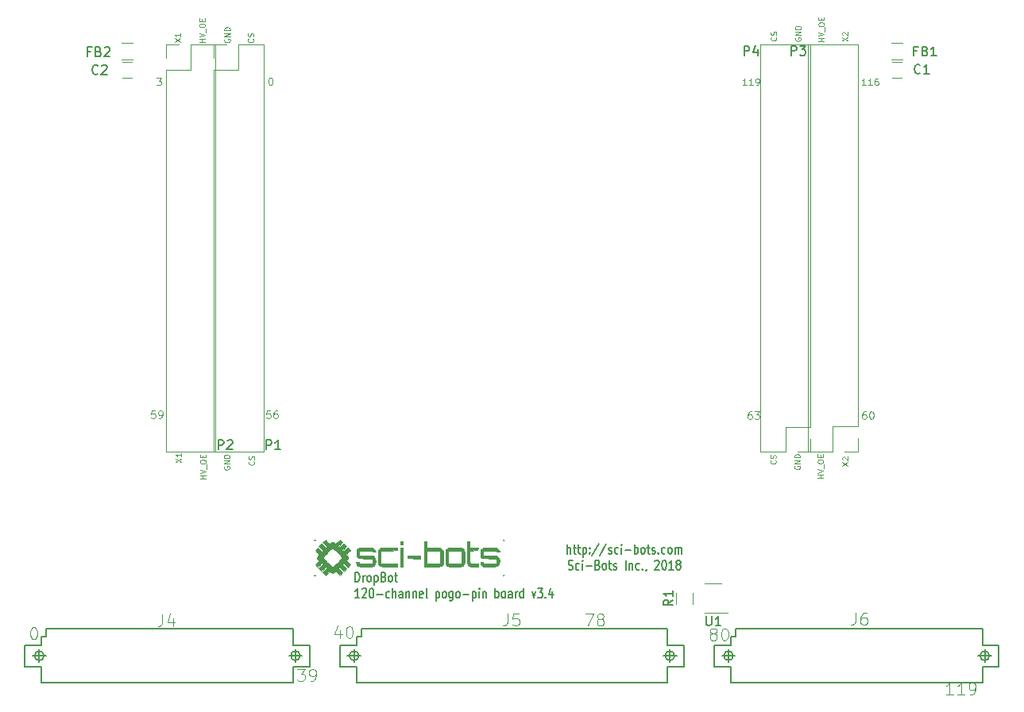
<source format=gto>
G04 #@! TF.GenerationSoftware,KiCad,Pcbnew,5.1.9+dfsg1-1~bpo10+1*
G04 #@! TF.CreationDate,2021-11-09T03:07:47+00:00*
G04 #@! TF.ProjectId,120-channel-pogo-pin-board,3132302d-6368-4616-9e6e-656c2d706f67,v3.4*
G04 #@! TF.SameCoordinates,Original*
G04 #@! TF.FileFunction,Legend,Top*
G04 #@! TF.FilePolarity,Positive*
%FSLAX46Y46*%
G04 Gerber Fmt 4.6, Leading zero omitted, Abs format (unit mm)*
G04 Created by KiCad (PCBNEW 5.1.9+dfsg1-1~bpo10+1) date 2021-11-09 03:07:47*
%MOMM*%
%LPD*%
G01*
G04 APERTURE LIST*
%ADD10C,0.101600*%
%ADD11C,0.200000*%
%ADD12C,0.120000*%
%ADD13C,0.127000*%
%ADD14C,0.010000*%
%ADD15C,0.150000*%
G04 APERTURE END LIST*
D10*
X125501428Y-117417904D02*
X125349047Y-117417904D01*
X125272857Y-117456000D01*
X125234761Y-117494095D01*
X125158571Y-117608380D01*
X125120476Y-117760761D01*
X125120476Y-118065523D01*
X125158571Y-118141714D01*
X125196666Y-118179809D01*
X125272857Y-118217904D01*
X125425238Y-118217904D01*
X125501428Y-118179809D01*
X125539523Y-118141714D01*
X125577619Y-118065523D01*
X125577619Y-117875047D01*
X125539523Y-117798857D01*
X125501428Y-117760761D01*
X125425238Y-117722666D01*
X125272857Y-117722666D01*
X125196666Y-117760761D01*
X125158571Y-117798857D01*
X125120476Y-117875047D01*
X125844285Y-117417904D02*
X126339523Y-117417904D01*
X126072857Y-117722666D01*
X126187142Y-117722666D01*
X126263333Y-117760761D01*
X126301428Y-117798857D01*
X126339523Y-117875047D01*
X126339523Y-118065523D01*
X126301428Y-118141714D01*
X126263333Y-118179809D01*
X126187142Y-118217904D01*
X125958571Y-118217904D01*
X125882380Y-118179809D01*
X125844285Y-118141714D01*
X137693428Y-117417904D02*
X137541047Y-117417904D01*
X137464857Y-117456000D01*
X137426761Y-117494095D01*
X137350571Y-117608380D01*
X137312476Y-117760761D01*
X137312476Y-118065523D01*
X137350571Y-118141714D01*
X137388666Y-118179809D01*
X137464857Y-118217904D01*
X137617238Y-118217904D01*
X137693428Y-118179809D01*
X137731523Y-118141714D01*
X137769619Y-118065523D01*
X137769619Y-117875047D01*
X137731523Y-117798857D01*
X137693428Y-117760761D01*
X137617238Y-117722666D01*
X137464857Y-117722666D01*
X137388666Y-117760761D01*
X137350571Y-117798857D01*
X137312476Y-117875047D01*
X138264857Y-117417904D02*
X138341047Y-117417904D01*
X138417238Y-117456000D01*
X138455333Y-117494095D01*
X138493428Y-117570285D01*
X138531523Y-117722666D01*
X138531523Y-117913142D01*
X138493428Y-118065523D01*
X138455333Y-118141714D01*
X138417238Y-118179809D01*
X138341047Y-118217904D01*
X138264857Y-118217904D01*
X138188666Y-118179809D01*
X138150571Y-118141714D01*
X138112476Y-118065523D01*
X138074380Y-117913142D01*
X138074380Y-117722666D01*
X138112476Y-117570285D01*
X138150571Y-117494095D01*
X138188666Y-117456000D01*
X138264857Y-117417904D01*
X137709333Y-82612666D02*
X137309333Y-82612666D01*
X137509333Y-82612666D02*
X137509333Y-81912666D01*
X137442666Y-82012666D01*
X137376000Y-82079333D01*
X137309333Y-82112666D01*
X138376000Y-82612666D02*
X137976000Y-82612666D01*
X138176000Y-82612666D02*
X138176000Y-81912666D01*
X138109333Y-82012666D01*
X138042666Y-82079333D01*
X137976000Y-82112666D01*
X138976000Y-81912666D02*
X138842666Y-81912666D01*
X138776000Y-81946000D01*
X138742666Y-81979333D01*
X138676000Y-82079333D01*
X138642666Y-82212666D01*
X138642666Y-82479333D01*
X138676000Y-82546000D01*
X138709333Y-82579333D01*
X138776000Y-82612666D01*
X138909333Y-82612666D01*
X138976000Y-82579333D01*
X139009333Y-82546000D01*
X139042666Y-82479333D01*
X139042666Y-82312666D01*
X139009333Y-82246000D01*
X138976000Y-82212666D01*
X138909333Y-82179333D01*
X138776000Y-82179333D01*
X138709333Y-82212666D01*
X138676000Y-82246000D01*
X138642666Y-82312666D01*
X125009333Y-82612666D02*
X124609333Y-82612666D01*
X124809333Y-82612666D02*
X124809333Y-81912666D01*
X124742666Y-82012666D01*
X124676000Y-82079333D01*
X124609333Y-82112666D01*
X125676000Y-82612666D02*
X125276000Y-82612666D01*
X125476000Y-82612666D02*
X125476000Y-81912666D01*
X125409333Y-82012666D01*
X125342666Y-82079333D01*
X125276000Y-82112666D01*
X126009333Y-82612666D02*
X126142666Y-82612666D01*
X126209333Y-82579333D01*
X126242666Y-82546000D01*
X126309333Y-82446000D01*
X126342666Y-82312666D01*
X126342666Y-82046000D01*
X126309333Y-81979333D01*
X126276000Y-81946000D01*
X126209333Y-81912666D01*
X126076000Y-81912666D01*
X126009333Y-81946000D01*
X125976000Y-81979333D01*
X125942666Y-82046000D01*
X125942666Y-82212666D01*
X125976000Y-82279333D01*
X126009333Y-82312666D01*
X126076000Y-82346000D01*
X126209333Y-82346000D01*
X126276000Y-82312666D01*
X126309333Y-82279333D01*
X126342666Y-82212666D01*
X74221904Y-81821904D02*
X74298095Y-81821904D01*
X74374285Y-81860000D01*
X74412380Y-81898095D01*
X74450476Y-81974285D01*
X74488571Y-82126666D01*
X74488571Y-82317142D01*
X74450476Y-82469523D01*
X74412380Y-82545714D01*
X74374285Y-82583809D01*
X74298095Y-82621904D01*
X74221904Y-82621904D01*
X74145714Y-82583809D01*
X74107619Y-82545714D01*
X74069523Y-82469523D01*
X74031428Y-82317142D01*
X74031428Y-82126666D01*
X74069523Y-81974285D01*
X74107619Y-81898095D01*
X74145714Y-81860000D01*
X74221904Y-81821904D01*
X61969523Y-117331904D02*
X61588571Y-117331904D01*
X61550476Y-117712857D01*
X61588571Y-117674761D01*
X61664761Y-117636666D01*
X61855238Y-117636666D01*
X61931428Y-117674761D01*
X61969523Y-117712857D01*
X62007619Y-117789047D01*
X62007619Y-117979523D01*
X61969523Y-118055714D01*
X61931428Y-118093809D01*
X61855238Y-118131904D01*
X61664761Y-118131904D01*
X61588571Y-118093809D01*
X61550476Y-118055714D01*
X62388571Y-118131904D02*
X62540952Y-118131904D01*
X62617142Y-118093809D01*
X62655238Y-118055714D01*
X62731428Y-117941428D01*
X62769523Y-117789047D01*
X62769523Y-117484285D01*
X62731428Y-117408095D01*
X62693333Y-117370000D01*
X62617142Y-117331904D01*
X62464761Y-117331904D01*
X62388571Y-117370000D01*
X62350476Y-117408095D01*
X62312380Y-117484285D01*
X62312380Y-117674761D01*
X62350476Y-117750952D01*
X62388571Y-117789047D01*
X62464761Y-117827142D01*
X62617142Y-117827142D01*
X62693333Y-117789047D01*
X62731428Y-117750952D01*
X62769523Y-117674761D01*
X74239523Y-117331904D02*
X73858571Y-117331904D01*
X73820476Y-117712857D01*
X73858571Y-117674761D01*
X73934761Y-117636666D01*
X74125238Y-117636666D01*
X74201428Y-117674761D01*
X74239523Y-117712857D01*
X74277619Y-117789047D01*
X74277619Y-117979523D01*
X74239523Y-118055714D01*
X74201428Y-118093809D01*
X74125238Y-118131904D01*
X73934761Y-118131904D01*
X73858571Y-118093809D01*
X73820476Y-118055714D01*
X74963333Y-117331904D02*
X74810952Y-117331904D01*
X74734761Y-117370000D01*
X74696666Y-117408095D01*
X74620476Y-117522380D01*
X74582380Y-117674761D01*
X74582380Y-117979523D01*
X74620476Y-118055714D01*
X74658571Y-118093809D01*
X74734761Y-118131904D01*
X74887142Y-118131904D01*
X74963333Y-118093809D01*
X75001428Y-118055714D01*
X75039523Y-117979523D01*
X75039523Y-117789047D01*
X75001428Y-117712857D01*
X74963333Y-117674761D01*
X74887142Y-117636666D01*
X74734761Y-117636666D01*
X74658571Y-117674761D01*
X74620476Y-117712857D01*
X74582380Y-117789047D01*
X128064285Y-122640000D02*
X128092857Y-122668571D01*
X128121428Y-122754285D01*
X128121428Y-122811428D01*
X128092857Y-122897142D01*
X128035714Y-122954285D01*
X127978571Y-122982857D01*
X127864285Y-123011428D01*
X127778571Y-123011428D01*
X127664285Y-122982857D01*
X127607142Y-122954285D01*
X127550000Y-122897142D01*
X127521428Y-122811428D01*
X127521428Y-122754285D01*
X127550000Y-122668571D01*
X127578571Y-122640000D01*
X128092857Y-122411428D02*
X128121428Y-122325714D01*
X128121428Y-122182857D01*
X128092857Y-122125714D01*
X128064285Y-122097142D01*
X128007142Y-122068571D01*
X127950000Y-122068571D01*
X127892857Y-122097142D01*
X127864285Y-122125714D01*
X127835714Y-122182857D01*
X127807142Y-122297142D01*
X127778571Y-122354285D01*
X127750000Y-122382857D01*
X127692857Y-122411428D01*
X127635714Y-122411428D01*
X127578571Y-122382857D01*
X127550000Y-122354285D01*
X127521428Y-122297142D01*
X127521428Y-122154285D01*
X127550000Y-122068571D01*
X130140000Y-123247142D02*
X130111428Y-123304285D01*
X130111428Y-123390000D01*
X130140000Y-123475714D01*
X130197142Y-123532857D01*
X130254285Y-123561428D01*
X130368571Y-123590000D01*
X130454285Y-123590000D01*
X130568571Y-123561428D01*
X130625714Y-123532857D01*
X130682857Y-123475714D01*
X130711428Y-123390000D01*
X130711428Y-123332857D01*
X130682857Y-123247142D01*
X130654285Y-123218571D01*
X130454285Y-123218571D01*
X130454285Y-123332857D01*
X130711428Y-122961428D02*
X130111428Y-122961428D01*
X130711428Y-122618571D01*
X130111428Y-122618571D01*
X130711428Y-122332857D02*
X130111428Y-122332857D01*
X130111428Y-122190000D01*
X130140000Y-122104285D01*
X130197142Y-122047142D01*
X130254285Y-122018571D01*
X130368571Y-121990000D01*
X130454285Y-121990000D01*
X130568571Y-122018571D01*
X130625714Y-122047142D01*
X130682857Y-122104285D01*
X130711428Y-122190000D01*
X130711428Y-122332857D01*
X133191428Y-124522857D02*
X132591428Y-124522857D01*
X132877142Y-124522857D02*
X132877142Y-124180000D01*
X133191428Y-124180000D02*
X132591428Y-124180000D01*
X132591428Y-123980000D02*
X133191428Y-123780000D01*
X132591428Y-123580000D01*
X133248571Y-123522857D02*
X133248571Y-123065714D01*
X132591428Y-122808571D02*
X132591428Y-122694285D01*
X132620000Y-122637142D01*
X132677142Y-122580000D01*
X132791428Y-122551428D01*
X132991428Y-122551428D01*
X133105714Y-122580000D01*
X133162857Y-122637142D01*
X133191428Y-122694285D01*
X133191428Y-122808571D01*
X133162857Y-122865714D01*
X133105714Y-122922857D01*
X132991428Y-122951428D01*
X132791428Y-122951428D01*
X132677142Y-122922857D01*
X132620000Y-122865714D01*
X132591428Y-122808571D01*
X132877142Y-122294285D02*
X132877142Y-122094285D01*
X133191428Y-122008571D02*
X133191428Y-122294285D01*
X132591428Y-122294285D01*
X132591428Y-122008571D01*
X135201428Y-123195714D02*
X135801428Y-122795714D01*
X135201428Y-122795714D02*
X135801428Y-123195714D01*
X135258571Y-122595714D02*
X135230000Y-122567142D01*
X135201428Y-122510000D01*
X135201428Y-122367142D01*
X135230000Y-122310000D01*
X135258571Y-122281428D01*
X135315714Y-122252857D01*
X135372857Y-122252857D01*
X135458571Y-122281428D01*
X135801428Y-122624285D01*
X135801428Y-122252857D01*
X135211428Y-77885714D02*
X135811428Y-77485714D01*
X135211428Y-77485714D02*
X135811428Y-77885714D01*
X135268571Y-77285714D02*
X135240000Y-77257142D01*
X135211428Y-77200000D01*
X135211428Y-77057142D01*
X135240000Y-77000000D01*
X135268571Y-76971428D01*
X135325714Y-76942857D01*
X135382857Y-76942857D01*
X135468571Y-76971428D01*
X135811428Y-77314285D01*
X135811428Y-76942857D01*
X133261428Y-77912857D02*
X132661428Y-77912857D01*
X132947142Y-77912857D02*
X132947142Y-77570000D01*
X133261428Y-77570000D02*
X132661428Y-77570000D01*
X132661428Y-77370000D02*
X133261428Y-77170000D01*
X132661428Y-76970000D01*
X133318571Y-76912857D02*
X133318571Y-76455714D01*
X132661428Y-76198571D02*
X132661428Y-76084285D01*
X132690000Y-76027142D01*
X132747142Y-75970000D01*
X132861428Y-75941428D01*
X133061428Y-75941428D01*
X133175714Y-75970000D01*
X133232857Y-76027142D01*
X133261428Y-76084285D01*
X133261428Y-76198571D01*
X133232857Y-76255714D01*
X133175714Y-76312857D01*
X133061428Y-76341428D01*
X132861428Y-76341428D01*
X132747142Y-76312857D01*
X132690000Y-76255714D01*
X132661428Y-76198571D01*
X132947142Y-75684285D02*
X132947142Y-75484285D01*
X133261428Y-75398571D02*
X133261428Y-75684285D01*
X132661428Y-75684285D01*
X132661428Y-75398571D01*
X130220000Y-77567142D02*
X130191428Y-77624285D01*
X130191428Y-77710000D01*
X130220000Y-77795714D01*
X130277142Y-77852857D01*
X130334285Y-77881428D01*
X130448571Y-77910000D01*
X130534285Y-77910000D01*
X130648571Y-77881428D01*
X130705714Y-77852857D01*
X130762857Y-77795714D01*
X130791428Y-77710000D01*
X130791428Y-77652857D01*
X130762857Y-77567142D01*
X130734285Y-77538571D01*
X130534285Y-77538571D01*
X130534285Y-77652857D01*
X130791428Y-77281428D02*
X130191428Y-77281428D01*
X130791428Y-76938571D01*
X130191428Y-76938571D01*
X130791428Y-76652857D02*
X130191428Y-76652857D01*
X130191428Y-76510000D01*
X130220000Y-76424285D01*
X130277142Y-76367142D01*
X130334285Y-76338571D01*
X130448571Y-76310000D01*
X130534285Y-76310000D01*
X130648571Y-76338571D01*
X130705714Y-76367142D01*
X130762857Y-76424285D01*
X130791428Y-76510000D01*
X130791428Y-76652857D01*
X128124285Y-77480000D02*
X128152857Y-77508571D01*
X128181428Y-77594285D01*
X128181428Y-77651428D01*
X128152857Y-77737142D01*
X128095714Y-77794285D01*
X128038571Y-77822857D01*
X127924285Y-77851428D01*
X127838571Y-77851428D01*
X127724285Y-77822857D01*
X127667142Y-77794285D01*
X127610000Y-77737142D01*
X127581428Y-77651428D01*
X127581428Y-77594285D01*
X127610000Y-77508571D01*
X127638571Y-77480000D01*
X128152857Y-77251428D02*
X128181428Y-77165714D01*
X128181428Y-77022857D01*
X128152857Y-76965714D01*
X128124285Y-76937142D01*
X128067142Y-76908571D01*
X128010000Y-76908571D01*
X127952857Y-76937142D01*
X127924285Y-76965714D01*
X127895714Y-77022857D01*
X127867142Y-77137142D01*
X127838571Y-77194285D01*
X127810000Y-77222857D01*
X127752857Y-77251428D01*
X127695714Y-77251428D01*
X127638571Y-77222857D01*
X127610000Y-77194285D01*
X127581428Y-77137142D01*
X127581428Y-76994285D01*
X127610000Y-76908571D01*
X72464285Y-122760000D02*
X72492857Y-122788571D01*
X72521428Y-122874285D01*
X72521428Y-122931428D01*
X72492857Y-123017142D01*
X72435714Y-123074285D01*
X72378571Y-123102857D01*
X72264285Y-123131428D01*
X72178571Y-123131428D01*
X72064285Y-123102857D01*
X72007142Y-123074285D01*
X71950000Y-123017142D01*
X71921428Y-122931428D01*
X71921428Y-122874285D01*
X71950000Y-122788571D01*
X71978571Y-122760000D01*
X72492857Y-122531428D02*
X72521428Y-122445714D01*
X72521428Y-122302857D01*
X72492857Y-122245714D01*
X72464285Y-122217142D01*
X72407142Y-122188571D01*
X72350000Y-122188571D01*
X72292857Y-122217142D01*
X72264285Y-122245714D01*
X72235714Y-122302857D01*
X72207142Y-122417142D01*
X72178571Y-122474285D01*
X72150000Y-122502857D01*
X72092857Y-122531428D01*
X72035714Y-122531428D01*
X71978571Y-122502857D01*
X71950000Y-122474285D01*
X71921428Y-122417142D01*
X71921428Y-122274285D01*
X71950000Y-122188571D01*
X64181428Y-122835714D02*
X64781428Y-122435714D01*
X64181428Y-122435714D02*
X64781428Y-122835714D01*
X64781428Y-121892857D02*
X64781428Y-122235714D01*
X64781428Y-122064285D02*
X64181428Y-122064285D01*
X64267142Y-122121428D01*
X64324285Y-122178571D01*
X64352857Y-122235714D01*
X67351428Y-124562857D02*
X66751428Y-124562857D01*
X67037142Y-124562857D02*
X67037142Y-124220000D01*
X67351428Y-124220000D02*
X66751428Y-124220000D01*
X66751428Y-124020000D02*
X67351428Y-123820000D01*
X66751428Y-123620000D01*
X67408571Y-123562857D02*
X67408571Y-123105714D01*
X66751428Y-122848571D02*
X66751428Y-122734285D01*
X66780000Y-122677142D01*
X66837142Y-122620000D01*
X66951428Y-122591428D01*
X67151428Y-122591428D01*
X67265714Y-122620000D01*
X67322857Y-122677142D01*
X67351428Y-122734285D01*
X67351428Y-122848571D01*
X67322857Y-122905714D01*
X67265714Y-122962857D01*
X67151428Y-122991428D01*
X66951428Y-122991428D01*
X66837142Y-122962857D01*
X66780000Y-122905714D01*
X66751428Y-122848571D01*
X67037142Y-122334285D02*
X67037142Y-122134285D01*
X67351428Y-122048571D02*
X67351428Y-122334285D01*
X66751428Y-122334285D01*
X66751428Y-122048571D01*
X69320000Y-123297142D02*
X69291428Y-123354285D01*
X69291428Y-123440000D01*
X69320000Y-123525714D01*
X69377142Y-123582857D01*
X69434285Y-123611428D01*
X69548571Y-123640000D01*
X69634285Y-123640000D01*
X69748571Y-123611428D01*
X69805714Y-123582857D01*
X69862857Y-123525714D01*
X69891428Y-123440000D01*
X69891428Y-123382857D01*
X69862857Y-123297142D01*
X69834285Y-123268571D01*
X69634285Y-123268571D01*
X69634285Y-123382857D01*
X69891428Y-123011428D02*
X69291428Y-123011428D01*
X69891428Y-122668571D01*
X69291428Y-122668571D01*
X69891428Y-122382857D02*
X69291428Y-122382857D01*
X69291428Y-122240000D01*
X69320000Y-122154285D01*
X69377142Y-122097142D01*
X69434285Y-122068571D01*
X69548571Y-122040000D01*
X69634285Y-122040000D01*
X69748571Y-122068571D01*
X69805714Y-122097142D01*
X69862857Y-122154285D01*
X69891428Y-122240000D01*
X69891428Y-122382857D01*
X72394285Y-77670000D02*
X72422857Y-77698571D01*
X72451428Y-77784285D01*
X72451428Y-77841428D01*
X72422857Y-77927142D01*
X72365714Y-77984285D01*
X72308571Y-78012857D01*
X72194285Y-78041428D01*
X72108571Y-78041428D01*
X71994285Y-78012857D01*
X71937142Y-77984285D01*
X71880000Y-77927142D01*
X71851428Y-77841428D01*
X71851428Y-77784285D01*
X71880000Y-77698571D01*
X71908571Y-77670000D01*
X72422857Y-77441428D02*
X72451428Y-77355714D01*
X72451428Y-77212857D01*
X72422857Y-77155714D01*
X72394285Y-77127142D01*
X72337142Y-77098571D01*
X72280000Y-77098571D01*
X72222857Y-77127142D01*
X72194285Y-77155714D01*
X72165714Y-77212857D01*
X72137142Y-77327142D01*
X72108571Y-77384285D01*
X72080000Y-77412857D01*
X72022857Y-77441428D01*
X71965714Y-77441428D01*
X71908571Y-77412857D01*
X71880000Y-77384285D01*
X71851428Y-77327142D01*
X71851428Y-77184285D01*
X71880000Y-77098571D01*
X69380000Y-77707142D02*
X69351428Y-77764285D01*
X69351428Y-77850000D01*
X69380000Y-77935714D01*
X69437142Y-77992857D01*
X69494285Y-78021428D01*
X69608571Y-78050000D01*
X69694285Y-78050000D01*
X69808571Y-78021428D01*
X69865714Y-77992857D01*
X69922857Y-77935714D01*
X69951428Y-77850000D01*
X69951428Y-77792857D01*
X69922857Y-77707142D01*
X69894285Y-77678571D01*
X69694285Y-77678571D01*
X69694285Y-77792857D01*
X69951428Y-77421428D02*
X69351428Y-77421428D01*
X69951428Y-77078571D01*
X69351428Y-77078571D01*
X69951428Y-76792857D02*
X69351428Y-76792857D01*
X69351428Y-76650000D01*
X69380000Y-76564285D01*
X69437142Y-76507142D01*
X69494285Y-76478571D01*
X69608571Y-76450000D01*
X69694285Y-76450000D01*
X69808571Y-76478571D01*
X69865714Y-76507142D01*
X69922857Y-76564285D01*
X69951428Y-76650000D01*
X69951428Y-76792857D01*
X67271428Y-78017857D02*
X66671428Y-78017857D01*
X66957142Y-78017857D02*
X66957142Y-77675000D01*
X67271428Y-77675000D02*
X66671428Y-77675000D01*
X66671428Y-77475000D02*
X67271428Y-77275000D01*
X66671428Y-77075000D01*
X67328571Y-77017857D02*
X67328571Y-76560714D01*
X66671428Y-76303571D02*
X66671428Y-76189285D01*
X66700000Y-76132142D01*
X66757142Y-76075000D01*
X66871428Y-76046428D01*
X67071428Y-76046428D01*
X67185714Y-76075000D01*
X67242857Y-76132142D01*
X67271428Y-76189285D01*
X67271428Y-76303571D01*
X67242857Y-76360714D01*
X67185714Y-76417857D01*
X67071428Y-76446428D01*
X66871428Y-76446428D01*
X66757142Y-76417857D01*
X66700000Y-76360714D01*
X66671428Y-76303571D01*
X66957142Y-75789285D02*
X66957142Y-75589285D01*
X67271428Y-75503571D02*
X67271428Y-75789285D01*
X66671428Y-75789285D01*
X66671428Y-75503571D01*
X64041428Y-78015714D02*
X64641428Y-77615714D01*
X64041428Y-77615714D02*
X64641428Y-78015714D01*
X64641428Y-77072857D02*
X64641428Y-77415714D01*
X64641428Y-77244285D02*
X64041428Y-77244285D01*
X64127142Y-77301428D01*
X64184285Y-77358571D01*
X64212857Y-77415714D01*
X62108333Y-81836904D02*
X62603571Y-81836904D01*
X62336904Y-82141666D01*
X62451190Y-82141666D01*
X62527380Y-82179761D01*
X62565476Y-82217857D01*
X62603571Y-82294047D01*
X62603571Y-82484523D01*
X62565476Y-82560714D01*
X62527380Y-82598809D01*
X62451190Y-82636904D01*
X62222619Y-82636904D01*
X62146428Y-82598809D01*
X62108333Y-82560714D01*
D11*
X105923809Y-132602380D02*
X105923809Y-131602380D01*
X106266666Y-132602380D02*
X106266666Y-132078571D01*
X106228571Y-131983333D01*
X106152380Y-131935714D01*
X106038095Y-131935714D01*
X105961904Y-131983333D01*
X105923809Y-132030952D01*
X106533333Y-131935714D02*
X106838095Y-131935714D01*
X106647619Y-131602380D02*
X106647619Y-132459523D01*
X106685714Y-132554761D01*
X106761904Y-132602380D01*
X106838095Y-132602380D01*
X106990476Y-131935714D02*
X107295238Y-131935714D01*
X107104761Y-131602380D02*
X107104761Y-132459523D01*
X107142857Y-132554761D01*
X107219047Y-132602380D01*
X107295238Y-132602380D01*
X107561904Y-131935714D02*
X107561904Y-132935714D01*
X107561904Y-131983333D02*
X107638095Y-131935714D01*
X107790476Y-131935714D01*
X107866666Y-131983333D01*
X107904761Y-132030952D01*
X107942857Y-132126190D01*
X107942857Y-132411904D01*
X107904761Y-132507142D01*
X107866666Y-132554761D01*
X107790476Y-132602380D01*
X107638095Y-132602380D01*
X107561904Y-132554761D01*
X108285714Y-132507142D02*
X108323809Y-132554761D01*
X108285714Y-132602380D01*
X108247619Y-132554761D01*
X108285714Y-132507142D01*
X108285714Y-132602380D01*
X108285714Y-131983333D02*
X108323809Y-132030952D01*
X108285714Y-132078571D01*
X108247619Y-132030952D01*
X108285714Y-131983333D01*
X108285714Y-132078571D01*
X109238095Y-131554761D02*
X108552380Y-132840476D01*
X110076190Y-131554761D02*
X109390476Y-132840476D01*
X110304761Y-132554761D02*
X110380952Y-132602380D01*
X110533333Y-132602380D01*
X110609523Y-132554761D01*
X110647619Y-132459523D01*
X110647619Y-132411904D01*
X110609523Y-132316666D01*
X110533333Y-132269047D01*
X110419047Y-132269047D01*
X110342857Y-132221428D01*
X110304761Y-132126190D01*
X110304761Y-132078571D01*
X110342857Y-131983333D01*
X110419047Y-131935714D01*
X110533333Y-131935714D01*
X110609523Y-131983333D01*
X111333333Y-132554761D02*
X111257142Y-132602380D01*
X111104761Y-132602380D01*
X111028571Y-132554761D01*
X110990476Y-132507142D01*
X110952380Y-132411904D01*
X110952380Y-132126190D01*
X110990476Y-132030952D01*
X111028571Y-131983333D01*
X111104761Y-131935714D01*
X111257142Y-131935714D01*
X111333333Y-131983333D01*
X111676190Y-132602380D02*
X111676190Y-131935714D01*
X111676190Y-131602380D02*
X111638095Y-131650000D01*
X111676190Y-131697619D01*
X111714285Y-131650000D01*
X111676190Y-131602380D01*
X111676190Y-131697619D01*
X112057142Y-132221428D02*
X112666666Y-132221428D01*
X113047619Y-132602380D02*
X113047619Y-131602380D01*
X113047619Y-131983333D02*
X113123809Y-131935714D01*
X113276190Y-131935714D01*
X113352380Y-131983333D01*
X113390476Y-132030952D01*
X113428571Y-132126190D01*
X113428571Y-132411904D01*
X113390476Y-132507142D01*
X113352380Y-132554761D01*
X113276190Y-132602380D01*
X113123809Y-132602380D01*
X113047619Y-132554761D01*
X113885714Y-132602380D02*
X113809523Y-132554761D01*
X113771428Y-132507142D01*
X113733333Y-132411904D01*
X113733333Y-132126190D01*
X113771428Y-132030952D01*
X113809523Y-131983333D01*
X113885714Y-131935714D01*
X114000000Y-131935714D01*
X114076190Y-131983333D01*
X114114285Y-132030952D01*
X114152380Y-132126190D01*
X114152380Y-132411904D01*
X114114285Y-132507142D01*
X114076190Y-132554761D01*
X114000000Y-132602380D01*
X113885714Y-132602380D01*
X114380952Y-131935714D02*
X114685714Y-131935714D01*
X114495238Y-131602380D02*
X114495238Y-132459523D01*
X114533333Y-132554761D01*
X114609523Y-132602380D01*
X114685714Y-132602380D01*
X114914285Y-132554761D02*
X114990476Y-132602380D01*
X115142857Y-132602380D01*
X115219047Y-132554761D01*
X115257142Y-132459523D01*
X115257142Y-132411904D01*
X115219047Y-132316666D01*
X115142857Y-132269047D01*
X115028571Y-132269047D01*
X114952380Y-132221428D01*
X114914285Y-132126190D01*
X114914285Y-132078571D01*
X114952380Y-131983333D01*
X115028571Y-131935714D01*
X115142857Y-131935714D01*
X115219047Y-131983333D01*
X115600000Y-132507142D02*
X115638095Y-132554761D01*
X115600000Y-132602380D01*
X115561904Y-132554761D01*
X115600000Y-132507142D01*
X115600000Y-132602380D01*
X116323809Y-132554761D02*
X116247619Y-132602380D01*
X116095238Y-132602380D01*
X116019047Y-132554761D01*
X115980952Y-132507142D01*
X115942857Y-132411904D01*
X115942857Y-132126190D01*
X115980952Y-132030952D01*
X116019047Y-131983333D01*
X116095238Y-131935714D01*
X116247619Y-131935714D01*
X116323809Y-131983333D01*
X116780952Y-132602380D02*
X116704761Y-132554761D01*
X116666666Y-132507142D01*
X116628571Y-132411904D01*
X116628571Y-132126190D01*
X116666666Y-132030952D01*
X116704761Y-131983333D01*
X116780952Y-131935714D01*
X116895238Y-131935714D01*
X116971428Y-131983333D01*
X117009523Y-132030952D01*
X117047619Y-132126190D01*
X117047619Y-132411904D01*
X117009523Y-132507142D01*
X116971428Y-132554761D01*
X116895238Y-132602380D01*
X116780952Y-132602380D01*
X117390476Y-132602380D02*
X117390476Y-131935714D01*
X117390476Y-132030952D02*
X117428571Y-131983333D01*
X117504761Y-131935714D01*
X117619047Y-131935714D01*
X117695238Y-131983333D01*
X117733333Y-132078571D01*
X117733333Y-132602380D01*
X117733333Y-132078571D02*
X117771428Y-131983333D01*
X117847619Y-131935714D01*
X117961904Y-131935714D01*
X118038095Y-131983333D01*
X118076190Y-132078571D01*
X118076190Y-132602380D01*
X106019047Y-134254761D02*
X106133333Y-134302380D01*
X106323809Y-134302380D01*
X106400000Y-134254761D01*
X106438095Y-134207142D01*
X106476190Y-134111904D01*
X106476190Y-134016666D01*
X106438095Y-133921428D01*
X106400000Y-133873809D01*
X106323809Y-133826190D01*
X106171428Y-133778571D01*
X106095238Y-133730952D01*
X106057142Y-133683333D01*
X106019047Y-133588095D01*
X106019047Y-133492857D01*
X106057142Y-133397619D01*
X106095238Y-133350000D01*
X106171428Y-133302380D01*
X106361904Y-133302380D01*
X106476190Y-133350000D01*
X107161904Y-134254761D02*
X107085714Y-134302380D01*
X106933333Y-134302380D01*
X106857142Y-134254761D01*
X106819047Y-134207142D01*
X106780952Y-134111904D01*
X106780952Y-133826190D01*
X106819047Y-133730952D01*
X106857142Y-133683333D01*
X106933333Y-133635714D01*
X107085714Y-133635714D01*
X107161904Y-133683333D01*
X107504761Y-134302380D02*
X107504761Y-133635714D01*
X107504761Y-133302380D02*
X107466666Y-133350000D01*
X107504761Y-133397619D01*
X107542857Y-133350000D01*
X107504761Y-133302380D01*
X107504761Y-133397619D01*
X107885714Y-133921428D02*
X108495238Y-133921428D01*
X109142857Y-133778571D02*
X109257142Y-133826190D01*
X109295238Y-133873809D01*
X109333333Y-133969047D01*
X109333333Y-134111904D01*
X109295238Y-134207142D01*
X109257142Y-134254761D01*
X109180952Y-134302380D01*
X108876190Y-134302380D01*
X108876190Y-133302380D01*
X109142857Y-133302380D01*
X109219047Y-133350000D01*
X109257142Y-133397619D01*
X109295238Y-133492857D01*
X109295238Y-133588095D01*
X109257142Y-133683333D01*
X109219047Y-133730952D01*
X109142857Y-133778571D01*
X108876190Y-133778571D01*
X109790476Y-134302380D02*
X109714285Y-134254761D01*
X109676190Y-134207142D01*
X109638095Y-134111904D01*
X109638095Y-133826190D01*
X109676190Y-133730952D01*
X109714285Y-133683333D01*
X109790476Y-133635714D01*
X109904761Y-133635714D01*
X109980952Y-133683333D01*
X110019047Y-133730952D01*
X110057142Y-133826190D01*
X110057142Y-134111904D01*
X110019047Y-134207142D01*
X109980952Y-134254761D01*
X109904761Y-134302380D01*
X109790476Y-134302380D01*
X110285714Y-133635714D02*
X110590476Y-133635714D01*
X110400000Y-133302380D02*
X110400000Y-134159523D01*
X110438095Y-134254761D01*
X110514285Y-134302380D01*
X110590476Y-134302380D01*
X110819047Y-134254761D02*
X110895238Y-134302380D01*
X111047619Y-134302380D01*
X111123809Y-134254761D01*
X111161904Y-134159523D01*
X111161904Y-134111904D01*
X111123809Y-134016666D01*
X111047619Y-133969047D01*
X110933333Y-133969047D01*
X110857142Y-133921428D01*
X110819047Y-133826190D01*
X110819047Y-133778571D01*
X110857142Y-133683333D01*
X110933333Y-133635714D01*
X111047619Y-133635714D01*
X111123809Y-133683333D01*
X112114285Y-134302380D02*
X112114285Y-133302380D01*
X112495238Y-133635714D02*
X112495238Y-134302380D01*
X112495238Y-133730952D02*
X112533333Y-133683333D01*
X112609523Y-133635714D01*
X112723809Y-133635714D01*
X112800000Y-133683333D01*
X112838095Y-133778571D01*
X112838095Y-134302380D01*
X113561904Y-134254761D02*
X113485714Y-134302380D01*
X113333333Y-134302380D01*
X113257142Y-134254761D01*
X113219047Y-134207142D01*
X113180952Y-134111904D01*
X113180952Y-133826190D01*
X113219047Y-133730952D01*
X113257142Y-133683333D01*
X113333333Y-133635714D01*
X113485714Y-133635714D01*
X113561904Y-133683333D01*
X113904761Y-134207142D02*
X113942857Y-134254761D01*
X113904761Y-134302380D01*
X113866666Y-134254761D01*
X113904761Y-134207142D01*
X113904761Y-134302380D01*
X114323809Y-134254761D02*
X114323809Y-134302380D01*
X114285714Y-134397619D01*
X114247619Y-134445238D01*
X115238095Y-133397619D02*
X115276190Y-133350000D01*
X115352380Y-133302380D01*
X115542857Y-133302380D01*
X115619047Y-133350000D01*
X115657142Y-133397619D01*
X115695238Y-133492857D01*
X115695238Y-133588095D01*
X115657142Y-133730952D01*
X115200000Y-134302380D01*
X115695238Y-134302380D01*
X116190476Y-133302380D02*
X116266666Y-133302380D01*
X116342857Y-133350000D01*
X116380952Y-133397619D01*
X116419047Y-133492857D01*
X116457142Y-133683333D01*
X116457142Y-133921428D01*
X116419047Y-134111904D01*
X116380952Y-134207142D01*
X116342857Y-134254761D01*
X116266666Y-134302380D01*
X116190476Y-134302380D01*
X116114285Y-134254761D01*
X116076190Y-134207142D01*
X116038095Y-134111904D01*
X116000000Y-133921428D01*
X116000000Y-133683333D01*
X116038095Y-133492857D01*
X116076190Y-133397619D01*
X116114285Y-133350000D01*
X116190476Y-133302380D01*
X117219047Y-134302380D02*
X116761904Y-134302380D01*
X116990476Y-134302380D02*
X116990476Y-133302380D01*
X116914285Y-133445238D01*
X116838095Y-133540476D01*
X116761904Y-133588095D01*
X117676190Y-133730952D02*
X117600000Y-133683333D01*
X117561904Y-133635714D01*
X117523809Y-133540476D01*
X117523809Y-133492857D01*
X117561904Y-133397619D01*
X117600000Y-133350000D01*
X117676190Y-133302380D01*
X117828571Y-133302380D01*
X117904761Y-133350000D01*
X117942857Y-133397619D01*
X117980952Y-133492857D01*
X117980952Y-133540476D01*
X117942857Y-133635714D01*
X117904761Y-133683333D01*
X117828571Y-133730952D01*
X117676190Y-133730952D01*
X117600000Y-133778571D01*
X117561904Y-133826190D01*
X117523809Y-133921428D01*
X117523809Y-134111904D01*
X117561904Y-134207142D01*
X117600000Y-134254761D01*
X117676190Y-134302380D01*
X117828571Y-134302380D01*
X117904761Y-134254761D01*
X117942857Y-134207142D01*
X117980952Y-134111904D01*
X117980952Y-133921428D01*
X117942857Y-133826190D01*
X117904761Y-133778571D01*
X117828571Y-133730952D01*
X83320476Y-135602380D02*
X83320476Y-134602380D01*
X83510952Y-134602380D01*
X83625238Y-134650000D01*
X83701428Y-134745238D01*
X83739523Y-134840476D01*
X83777619Y-135030952D01*
X83777619Y-135173809D01*
X83739523Y-135364285D01*
X83701428Y-135459523D01*
X83625238Y-135554761D01*
X83510952Y-135602380D01*
X83320476Y-135602380D01*
X84120476Y-135602380D02*
X84120476Y-134935714D01*
X84120476Y-135126190D02*
X84158571Y-135030952D01*
X84196666Y-134983333D01*
X84272857Y-134935714D01*
X84349047Y-134935714D01*
X84730000Y-135602380D02*
X84653809Y-135554761D01*
X84615714Y-135507142D01*
X84577619Y-135411904D01*
X84577619Y-135126190D01*
X84615714Y-135030952D01*
X84653809Y-134983333D01*
X84730000Y-134935714D01*
X84844285Y-134935714D01*
X84920476Y-134983333D01*
X84958571Y-135030952D01*
X84996666Y-135126190D01*
X84996666Y-135411904D01*
X84958571Y-135507142D01*
X84920476Y-135554761D01*
X84844285Y-135602380D01*
X84730000Y-135602380D01*
X85339523Y-134935714D02*
X85339523Y-135935714D01*
X85339523Y-134983333D02*
X85415714Y-134935714D01*
X85568095Y-134935714D01*
X85644285Y-134983333D01*
X85682380Y-135030952D01*
X85720476Y-135126190D01*
X85720476Y-135411904D01*
X85682380Y-135507142D01*
X85644285Y-135554761D01*
X85568095Y-135602380D01*
X85415714Y-135602380D01*
X85339523Y-135554761D01*
X86330000Y-135078571D02*
X86444285Y-135126190D01*
X86482380Y-135173809D01*
X86520476Y-135269047D01*
X86520476Y-135411904D01*
X86482380Y-135507142D01*
X86444285Y-135554761D01*
X86368095Y-135602380D01*
X86063333Y-135602380D01*
X86063333Y-134602380D01*
X86330000Y-134602380D01*
X86406190Y-134650000D01*
X86444285Y-134697619D01*
X86482380Y-134792857D01*
X86482380Y-134888095D01*
X86444285Y-134983333D01*
X86406190Y-135030952D01*
X86330000Y-135078571D01*
X86063333Y-135078571D01*
X86977619Y-135602380D02*
X86901428Y-135554761D01*
X86863333Y-135507142D01*
X86825238Y-135411904D01*
X86825238Y-135126190D01*
X86863333Y-135030952D01*
X86901428Y-134983333D01*
X86977619Y-134935714D01*
X87091904Y-134935714D01*
X87168095Y-134983333D01*
X87206190Y-135030952D01*
X87244285Y-135126190D01*
X87244285Y-135411904D01*
X87206190Y-135507142D01*
X87168095Y-135554761D01*
X87091904Y-135602380D01*
X86977619Y-135602380D01*
X87472857Y-134935714D02*
X87777619Y-134935714D01*
X87587142Y-134602380D02*
X87587142Y-135459523D01*
X87625238Y-135554761D01*
X87701428Y-135602380D01*
X87777619Y-135602380D01*
X83739523Y-137302380D02*
X83282380Y-137302380D01*
X83510952Y-137302380D02*
X83510952Y-136302380D01*
X83434761Y-136445238D01*
X83358571Y-136540476D01*
X83282380Y-136588095D01*
X84044285Y-136397619D02*
X84082380Y-136350000D01*
X84158571Y-136302380D01*
X84349047Y-136302380D01*
X84425238Y-136350000D01*
X84463333Y-136397619D01*
X84501428Y-136492857D01*
X84501428Y-136588095D01*
X84463333Y-136730952D01*
X84006190Y-137302380D01*
X84501428Y-137302380D01*
X84996666Y-136302380D02*
X85072857Y-136302380D01*
X85149047Y-136350000D01*
X85187142Y-136397619D01*
X85225238Y-136492857D01*
X85263333Y-136683333D01*
X85263333Y-136921428D01*
X85225238Y-137111904D01*
X85187142Y-137207142D01*
X85149047Y-137254761D01*
X85072857Y-137302380D01*
X84996666Y-137302380D01*
X84920476Y-137254761D01*
X84882380Y-137207142D01*
X84844285Y-137111904D01*
X84806190Y-136921428D01*
X84806190Y-136683333D01*
X84844285Y-136492857D01*
X84882380Y-136397619D01*
X84920476Y-136350000D01*
X84996666Y-136302380D01*
X85606190Y-136921428D02*
X86215714Y-136921428D01*
X86939523Y-137254761D02*
X86863333Y-137302380D01*
X86710952Y-137302380D01*
X86634761Y-137254761D01*
X86596666Y-137207142D01*
X86558571Y-137111904D01*
X86558571Y-136826190D01*
X86596666Y-136730952D01*
X86634761Y-136683333D01*
X86710952Y-136635714D01*
X86863333Y-136635714D01*
X86939523Y-136683333D01*
X87282380Y-137302380D02*
X87282380Y-136302380D01*
X87625238Y-137302380D02*
X87625238Y-136778571D01*
X87587142Y-136683333D01*
X87510952Y-136635714D01*
X87396666Y-136635714D01*
X87320476Y-136683333D01*
X87282380Y-136730952D01*
X88349047Y-137302380D02*
X88349047Y-136778571D01*
X88310952Y-136683333D01*
X88234761Y-136635714D01*
X88082380Y-136635714D01*
X88006190Y-136683333D01*
X88349047Y-137254761D02*
X88272857Y-137302380D01*
X88082380Y-137302380D01*
X88006190Y-137254761D01*
X87968095Y-137159523D01*
X87968095Y-137064285D01*
X88006190Y-136969047D01*
X88082380Y-136921428D01*
X88272857Y-136921428D01*
X88349047Y-136873809D01*
X88730000Y-136635714D02*
X88730000Y-137302380D01*
X88730000Y-136730952D02*
X88768095Y-136683333D01*
X88844285Y-136635714D01*
X88958571Y-136635714D01*
X89034761Y-136683333D01*
X89072857Y-136778571D01*
X89072857Y-137302380D01*
X89453809Y-136635714D02*
X89453809Y-137302380D01*
X89453809Y-136730952D02*
X89491904Y-136683333D01*
X89568095Y-136635714D01*
X89682380Y-136635714D01*
X89758571Y-136683333D01*
X89796666Y-136778571D01*
X89796666Y-137302380D01*
X90482380Y-137254761D02*
X90406190Y-137302380D01*
X90253809Y-137302380D01*
X90177619Y-137254761D01*
X90139523Y-137159523D01*
X90139523Y-136778571D01*
X90177619Y-136683333D01*
X90253809Y-136635714D01*
X90406190Y-136635714D01*
X90482380Y-136683333D01*
X90520476Y-136778571D01*
X90520476Y-136873809D01*
X90139523Y-136969047D01*
X90977619Y-137302380D02*
X90901428Y-137254761D01*
X90863333Y-137159523D01*
X90863333Y-136302380D01*
X91891904Y-136635714D02*
X91891904Y-137635714D01*
X91891904Y-136683333D02*
X91968095Y-136635714D01*
X92120476Y-136635714D01*
X92196666Y-136683333D01*
X92234761Y-136730952D01*
X92272857Y-136826190D01*
X92272857Y-137111904D01*
X92234761Y-137207142D01*
X92196666Y-137254761D01*
X92120476Y-137302380D01*
X91968095Y-137302380D01*
X91891904Y-137254761D01*
X92730000Y-137302380D02*
X92653809Y-137254761D01*
X92615714Y-137207142D01*
X92577619Y-137111904D01*
X92577619Y-136826190D01*
X92615714Y-136730952D01*
X92653809Y-136683333D01*
X92730000Y-136635714D01*
X92844285Y-136635714D01*
X92920476Y-136683333D01*
X92958571Y-136730952D01*
X92996666Y-136826190D01*
X92996666Y-137111904D01*
X92958571Y-137207142D01*
X92920476Y-137254761D01*
X92844285Y-137302380D01*
X92730000Y-137302380D01*
X93682380Y-136635714D02*
X93682380Y-137445238D01*
X93644285Y-137540476D01*
X93606190Y-137588095D01*
X93530000Y-137635714D01*
X93415714Y-137635714D01*
X93339523Y-137588095D01*
X93682380Y-137254761D02*
X93606190Y-137302380D01*
X93453809Y-137302380D01*
X93377619Y-137254761D01*
X93339523Y-137207142D01*
X93301428Y-137111904D01*
X93301428Y-136826190D01*
X93339523Y-136730952D01*
X93377619Y-136683333D01*
X93453809Y-136635714D01*
X93606190Y-136635714D01*
X93682380Y-136683333D01*
X94177619Y-137302380D02*
X94101428Y-137254761D01*
X94063333Y-137207142D01*
X94025238Y-137111904D01*
X94025238Y-136826190D01*
X94063333Y-136730952D01*
X94101428Y-136683333D01*
X94177619Y-136635714D01*
X94291904Y-136635714D01*
X94368095Y-136683333D01*
X94406190Y-136730952D01*
X94444285Y-136826190D01*
X94444285Y-137111904D01*
X94406190Y-137207142D01*
X94368095Y-137254761D01*
X94291904Y-137302380D01*
X94177619Y-137302380D01*
X94787142Y-136921428D02*
X95396666Y-136921428D01*
X95777619Y-136635714D02*
X95777619Y-137635714D01*
X95777619Y-136683333D02*
X95853809Y-136635714D01*
X96006190Y-136635714D01*
X96082380Y-136683333D01*
X96120476Y-136730952D01*
X96158571Y-136826190D01*
X96158571Y-137111904D01*
X96120476Y-137207142D01*
X96082380Y-137254761D01*
X96006190Y-137302380D01*
X95853809Y-137302380D01*
X95777619Y-137254761D01*
X96501428Y-137302380D02*
X96501428Y-136635714D01*
X96501428Y-136302380D02*
X96463333Y-136350000D01*
X96501428Y-136397619D01*
X96539523Y-136350000D01*
X96501428Y-136302380D01*
X96501428Y-136397619D01*
X96882380Y-136635714D02*
X96882380Y-137302380D01*
X96882380Y-136730952D02*
X96920476Y-136683333D01*
X96996666Y-136635714D01*
X97110952Y-136635714D01*
X97187142Y-136683333D01*
X97225238Y-136778571D01*
X97225238Y-137302380D01*
X98215714Y-137302380D02*
X98215714Y-136302380D01*
X98215714Y-136683333D02*
X98291904Y-136635714D01*
X98444285Y-136635714D01*
X98520476Y-136683333D01*
X98558571Y-136730952D01*
X98596666Y-136826190D01*
X98596666Y-137111904D01*
X98558571Y-137207142D01*
X98520476Y-137254761D01*
X98444285Y-137302380D01*
X98291904Y-137302380D01*
X98215714Y-137254761D01*
X99053809Y-137302380D02*
X98977619Y-137254761D01*
X98939523Y-137207142D01*
X98901428Y-137111904D01*
X98901428Y-136826190D01*
X98939523Y-136730952D01*
X98977619Y-136683333D01*
X99053809Y-136635714D01*
X99168095Y-136635714D01*
X99244285Y-136683333D01*
X99282380Y-136730952D01*
X99320476Y-136826190D01*
X99320476Y-137111904D01*
X99282380Y-137207142D01*
X99244285Y-137254761D01*
X99168095Y-137302380D01*
X99053809Y-137302380D01*
X100006190Y-137302380D02*
X100006190Y-136778571D01*
X99968095Y-136683333D01*
X99891904Y-136635714D01*
X99739523Y-136635714D01*
X99663333Y-136683333D01*
X100006190Y-137254761D02*
X99930000Y-137302380D01*
X99739523Y-137302380D01*
X99663333Y-137254761D01*
X99625238Y-137159523D01*
X99625238Y-137064285D01*
X99663333Y-136969047D01*
X99739523Y-136921428D01*
X99930000Y-136921428D01*
X100006190Y-136873809D01*
X100387142Y-137302380D02*
X100387142Y-136635714D01*
X100387142Y-136826190D02*
X100425238Y-136730952D01*
X100463333Y-136683333D01*
X100539523Y-136635714D01*
X100615714Y-136635714D01*
X101225238Y-137302380D02*
X101225238Y-136302380D01*
X101225238Y-137254761D02*
X101149047Y-137302380D01*
X100996666Y-137302380D01*
X100920476Y-137254761D01*
X100882380Y-137207142D01*
X100844285Y-137111904D01*
X100844285Y-136826190D01*
X100882380Y-136730952D01*
X100920476Y-136683333D01*
X100996666Y-136635714D01*
X101149047Y-136635714D01*
X101225238Y-136683333D01*
X102139523Y-136635714D02*
X102330000Y-137302380D01*
X102520476Y-136635714D01*
X102749047Y-136302380D02*
X103244285Y-136302380D01*
X102977619Y-136683333D01*
X103091904Y-136683333D01*
X103168095Y-136730952D01*
X103206190Y-136778571D01*
X103244285Y-136873809D01*
X103244285Y-137111904D01*
X103206190Y-137207142D01*
X103168095Y-137254761D01*
X103091904Y-137302380D01*
X102863333Y-137302380D01*
X102787142Y-137254761D01*
X102749047Y-137207142D01*
X103587142Y-137207142D02*
X103625238Y-137254761D01*
X103587142Y-137302380D01*
X103549047Y-137254761D01*
X103587142Y-137207142D01*
X103587142Y-137302380D01*
X104310952Y-136635714D02*
X104310952Y-137302380D01*
X104120476Y-136254761D02*
X103930000Y-136969047D01*
X104425238Y-136969047D01*
D12*
X63093180Y-78297620D02*
X64483180Y-78297620D01*
X63093180Y-79687620D02*
X63093180Y-78297620D01*
X65753180Y-80957620D02*
X63093180Y-80957620D01*
X65753180Y-78297620D02*
X65753180Y-80957620D01*
X68413180Y-78297620D02*
X65753180Y-78297620D01*
X68413180Y-121717620D02*
X68413180Y-78297620D01*
X63093180Y-121717620D02*
X68413180Y-121717620D01*
X63093180Y-80957620D02*
X63093180Y-121717620D01*
D13*
X76924100Y-144191200D02*
X76924100Y-142768800D01*
X76212900Y-143480000D02*
X77635300Y-143480000D01*
X77426994Y-143480000D02*
G75*
G03*
X77426994Y-143480000I-502894J0D01*
G01*
X76670100Y-146337500D02*
X49873100Y-146337500D01*
X76670100Y-144623000D02*
X76670100Y-146337500D01*
X78445560Y-144623000D02*
X76670100Y-144623000D01*
X78445560Y-142337000D02*
X78445560Y-144623000D01*
X76670100Y-142337000D02*
X78445560Y-142337000D01*
X76670100Y-140622500D02*
X76670100Y-142337000D01*
X50381100Y-140622500D02*
X76670100Y-140622500D01*
X48097640Y-142337000D02*
X49873100Y-142337000D01*
X49873100Y-142337000D02*
X49873100Y-141448000D01*
X49873100Y-141448000D02*
X50381100Y-141448000D01*
X50381100Y-141448000D02*
X50381100Y-140622500D01*
X49873100Y-146337500D02*
X49873100Y-144623000D01*
X49873100Y-144623000D02*
X48097640Y-144623000D01*
X48097640Y-144623000D02*
X48097640Y-142337000D01*
X50121994Y-143480000D02*
G75*
G03*
X50121994Y-143480000I-502894J0D01*
G01*
X48907900Y-143480000D02*
X50330300Y-143480000D01*
X49619100Y-144191200D02*
X49619100Y-142768800D01*
D12*
X140500000Y-81850000D02*
X141500000Y-81850000D01*
X141500000Y-80150000D02*
X140500000Y-80150000D01*
X59500000Y-80150000D02*
X58500000Y-80150000D01*
X58500000Y-81850000D02*
X59500000Y-81850000D01*
X140400000Y-78120000D02*
X141600000Y-78120000D01*
X141600000Y-79880000D02*
X140400000Y-79880000D01*
X59600000Y-79880000D02*
X58400000Y-79880000D01*
X58400000Y-78120000D02*
X59600000Y-78120000D01*
X117470000Y-137950000D02*
X117470000Y-136750000D01*
X119230000Y-136750000D02*
X119230000Y-137950000D01*
X120570000Y-138860000D02*
X123000000Y-138860000D01*
X122330000Y-135790000D02*
X120570000Y-135790000D01*
D14*
G36*
X99100851Y-131087560D02*
G01*
X99109200Y-131120400D01*
X99107328Y-131159448D01*
X99094521Y-131161771D01*
X99059989Y-131126970D01*
X99052050Y-131118283D01*
X99022697Y-131082680D01*
X99030261Y-131070763D01*
X99058400Y-131069600D01*
X99100851Y-131087560D01*
G37*
X99100851Y-131087560D02*
X99109200Y-131120400D01*
X99107328Y-131159448D01*
X99094521Y-131161771D01*
X99059989Y-131126970D01*
X99052050Y-131118283D01*
X99022697Y-131082680D01*
X99030261Y-131070763D01*
X99058400Y-131069600D01*
X99100851Y-131087560D01*
G36*
X79009491Y-131074816D02*
G01*
X78998569Y-131090562D01*
X78995751Y-131092390D01*
X78950072Y-131134171D01*
X78938990Y-131149151D01*
X78922233Y-131163709D01*
X78916647Y-131131454D01*
X78916588Y-131126750D01*
X78929804Y-131081430D01*
X78973350Y-131069988D01*
X79009491Y-131074816D01*
G37*
X79009491Y-131074816D02*
X78998569Y-131090562D01*
X78995751Y-131092390D01*
X78950072Y-131134171D01*
X78938990Y-131149151D01*
X78922233Y-131163709D01*
X78916647Y-131131454D01*
X78916588Y-131126750D01*
X78929804Y-131081430D01*
X78973350Y-131069988D01*
X79009491Y-131074816D01*
G36*
X88390400Y-131603000D02*
G01*
X88111000Y-131603000D01*
X88111000Y-131298200D01*
X88390400Y-131298200D01*
X88390400Y-131603000D01*
G37*
X88390400Y-131603000D02*
X88111000Y-131603000D01*
X88111000Y-131298200D01*
X88390400Y-131298200D01*
X88390400Y-131603000D01*
G36*
X90193800Y-133101600D02*
G01*
X89537633Y-133101600D01*
X89359945Y-133100969D01*
X89199214Y-133099195D01*
X89062364Y-133096450D01*
X88956317Y-133092909D01*
X88887995Y-133088746D01*
X88864533Y-133084666D01*
X88855020Y-133051597D01*
X88848877Y-132985018D01*
X88847600Y-132932266D01*
X88847600Y-132796800D01*
X90193800Y-132796800D01*
X90193800Y-133101600D01*
G37*
X90193800Y-133101600D02*
X89537633Y-133101600D01*
X89359945Y-133100969D01*
X89199214Y-133099195D01*
X89062364Y-133096450D01*
X88956317Y-133092909D01*
X88887995Y-133088746D01*
X88864533Y-133084666D01*
X88855020Y-133051597D01*
X88848877Y-132985018D01*
X88847600Y-132932266D01*
X88847600Y-132796800D01*
X90193800Y-132796800D01*
X90193800Y-133101600D01*
G36*
X97843079Y-131959671D02*
G01*
X98028369Y-131962772D01*
X98178281Y-131967734D01*
X98288195Y-131974387D01*
X98353493Y-131982562D01*
X98364596Y-131985615D01*
X98465739Y-132044597D01*
X98554549Y-132133524D01*
X98619962Y-132237822D01*
X98650913Y-132342916D01*
X98652000Y-132364184D01*
X98646650Y-132392985D01*
X98622830Y-132408547D01*
X98568881Y-132414818D01*
X98499600Y-132415800D01*
X98413755Y-132413637D01*
X98367374Y-132404901D01*
X98349222Y-132386223D01*
X98347200Y-132370080D01*
X98344873Y-132339029D01*
X98334248Y-132314658D01*
X98309854Y-132296162D01*
X98266224Y-132282734D01*
X98197888Y-132273568D01*
X98099377Y-132267859D01*
X97965223Y-132264800D01*
X97789956Y-132263585D01*
X97623300Y-132263399D01*
X97402124Y-132264150D01*
X97228035Y-132266511D01*
X97097341Y-132270644D01*
X97006349Y-132276711D01*
X96951366Y-132284875D01*
X96929880Y-132293879D01*
X96911425Y-132338814D01*
X96900790Y-132418275D01*
X96897673Y-132516642D01*
X96901771Y-132618297D01*
X96912782Y-132707619D01*
X96930406Y-132768989D01*
X96939314Y-132782285D01*
X96957483Y-132794491D01*
X96988526Y-132803984D01*
X97038256Y-132811089D01*
X97112485Y-132816129D01*
X97217028Y-132819430D01*
X97357695Y-132821315D01*
X97540302Y-132822110D01*
X97654632Y-132822199D01*
X97857243Y-132822295D01*
X98015653Y-132822935D01*
X98136461Y-132824652D01*
X98226267Y-132827978D01*
X98291670Y-132833446D01*
X98339270Y-132841586D01*
X98375665Y-132852932D01*
X98407454Y-132868015D01*
X98437778Y-132885340D01*
X98530729Y-132956032D01*
X98594800Y-133046390D01*
X98633453Y-133164671D01*
X98650144Y-133319132D01*
X98651442Y-133395369D01*
X98641728Y-133569577D01*
X98611616Y-133704073D01*
X98558202Y-133806837D01*
X98478579Y-133885850D01*
X98470809Y-133891512D01*
X98445066Y-133909107D01*
X98418772Y-133923007D01*
X98385849Y-133933717D01*
X98340215Y-133941743D01*
X98275790Y-133947591D01*
X98186495Y-133951764D01*
X98066249Y-133954769D01*
X97908972Y-133957111D01*
X97708584Y-133959295D01*
X97647678Y-133959909D01*
X97434935Y-133961965D01*
X97266899Y-133963116D01*
X97137481Y-133962983D01*
X97040590Y-133961185D01*
X96970136Y-133957344D01*
X96920031Y-133951080D01*
X96884183Y-133942013D01*
X96856503Y-133929764D01*
X96830901Y-133913954D01*
X96822783Y-133908505D01*
X96725281Y-133822950D01*
X96655170Y-133721538D01*
X96621608Y-133618514D01*
X96620000Y-133593143D01*
X96620000Y-133508000D01*
X96759700Y-133508000D01*
X96840604Y-133510291D01*
X96882746Y-133519980D01*
X96898066Y-133541282D01*
X96899400Y-133557359D01*
X96918858Y-133608196D01*
X96955851Y-133646259D01*
X97001022Y-133660210D01*
X97087195Y-133671529D01*
X97205758Y-133680216D01*
X97348100Y-133686275D01*
X97505610Y-133689709D01*
X97669674Y-133690519D01*
X97831683Y-133688707D01*
X97983023Y-133684277D01*
X98115084Y-133677231D01*
X98219253Y-133667570D01*
X98286919Y-133655298D01*
X98307285Y-133645885D01*
X98328865Y-133608970D01*
X98341523Y-133544818D01*
X98346805Y-133443645D01*
X98347200Y-133393325D01*
X98347427Y-133310758D01*
X98344572Y-133245420D01*
X98333322Y-133195298D01*
X98308371Y-133158383D01*
X98264407Y-133132663D01*
X98196122Y-133116127D01*
X98098205Y-133106764D01*
X97965349Y-133102562D01*
X97792243Y-133101511D01*
X97577037Y-133101600D01*
X97357211Y-133101065D01*
X97182014Y-133098710D01*
X97045281Y-133093412D01*
X96940844Y-133084045D01*
X96862537Y-133069485D01*
X96804195Y-133048607D01*
X96759650Y-133020288D01*
X96722738Y-132983402D01*
X96689349Y-132939718D01*
X96664603Y-132899402D01*
X96647634Y-132853153D01*
X96636590Y-132789996D01*
X96629616Y-132698952D01*
X96624861Y-132569044D01*
X96624490Y-132555500D01*
X96621665Y-132424502D01*
X96622480Y-132333051D01*
X96628388Y-132269938D01*
X96640840Y-132223958D01*
X96661289Y-132183903D01*
X96675495Y-132161800D01*
X96735842Y-132095097D01*
X96816984Y-132033297D01*
X96847837Y-132015749D01*
X96884122Y-131998447D01*
X96920620Y-131985039D01*
X96964085Y-131975030D01*
X97021272Y-131967925D01*
X97098935Y-131963227D01*
X97203831Y-131960443D01*
X97342713Y-131959076D01*
X97522337Y-131958631D01*
X97627028Y-131958599D01*
X97843079Y-131959671D01*
G37*
X97843079Y-131959671D02*
X98028369Y-131962772D01*
X98178281Y-131967734D01*
X98288195Y-131974387D01*
X98353493Y-131982562D01*
X98364596Y-131985615D01*
X98465739Y-132044597D01*
X98554549Y-132133524D01*
X98619962Y-132237822D01*
X98650913Y-132342916D01*
X98652000Y-132364184D01*
X98646650Y-132392985D01*
X98622830Y-132408547D01*
X98568881Y-132414818D01*
X98499600Y-132415800D01*
X98413755Y-132413637D01*
X98367374Y-132404901D01*
X98349222Y-132386223D01*
X98347200Y-132370080D01*
X98344873Y-132339029D01*
X98334248Y-132314658D01*
X98309854Y-132296162D01*
X98266224Y-132282734D01*
X98197888Y-132273568D01*
X98099377Y-132267859D01*
X97965223Y-132264800D01*
X97789956Y-132263585D01*
X97623300Y-132263399D01*
X97402124Y-132264150D01*
X97228035Y-132266511D01*
X97097341Y-132270644D01*
X97006349Y-132276711D01*
X96951366Y-132284875D01*
X96929880Y-132293879D01*
X96911425Y-132338814D01*
X96900790Y-132418275D01*
X96897673Y-132516642D01*
X96901771Y-132618297D01*
X96912782Y-132707619D01*
X96930406Y-132768989D01*
X96939314Y-132782285D01*
X96957483Y-132794491D01*
X96988526Y-132803984D01*
X97038256Y-132811089D01*
X97112485Y-132816129D01*
X97217028Y-132819430D01*
X97357695Y-132821315D01*
X97540302Y-132822110D01*
X97654632Y-132822199D01*
X97857243Y-132822295D01*
X98015653Y-132822935D01*
X98136461Y-132824652D01*
X98226267Y-132827978D01*
X98291670Y-132833446D01*
X98339270Y-132841586D01*
X98375665Y-132852932D01*
X98407454Y-132868015D01*
X98437778Y-132885340D01*
X98530729Y-132956032D01*
X98594800Y-133046390D01*
X98633453Y-133164671D01*
X98650144Y-133319132D01*
X98651442Y-133395369D01*
X98641728Y-133569577D01*
X98611616Y-133704073D01*
X98558202Y-133806837D01*
X98478579Y-133885850D01*
X98470809Y-133891512D01*
X98445066Y-133909107D01*
X98418772Y-133923007D01*
X98385849Y-133933717D01*
X98340215Y-133941743D01*
X98275790Y-133947591D01*
X98186495Y-133951764D01*
X98066249Y-133954769D01*
X97908972Y-133957111D01*
X97708584Y-133959295D01*
X97647678Y-133959909D01*
X97434935Y-133961965D01*
X97266899Y-133963116D01*
X97137481Y-133962983D01*
X97040590Y-133961185D01*
X96970136Y-133957344D01*
X96920031Y-133951080D01*
X96884183Y-133942013D01*
X96856503Y-133929764D01*
X96830901Y-133913954D01*
X96822783Y-133908505D01*
X96725281Y-133822950D01*
X96655170Y-133721538D01*
X96621608Y-133618514D01*
X96620000Y-133593143D01*
X96620000Y-133508000D01*
X96759700Y-133508000D01*
X96840604Y-133510291D01*
X96882746Y-133519980D01*
X96898066Y-133541282D01*
X96899400Y-133557359D01*
X96918858Y-133608196D01*
X96955851Y-133646259D01*
X97001022Y-133660210D01*
X97087195Y-133671529D01*
X97205758Y-133680216D01*
X97348100Y-133686275D01*
X97505610Y-133689709D01*
X97669674Y-133690519D01*
X97831683Y-133688707D01*
X97983023Y-133684277D01*
X98115084Y-133677231D01*
X98219253Y-133667570D01*
X98286919Y-133655298D01*
X98307285Y-133645885D01*
X98328865Y-133608970D01*
X98341523Y-133544818D01*
X98346805Y-133443645D01*
X98347200Y-133393325D01*
X98347427Y-133310758D01*
X98344572Y-133245420D01*
X98333322Y-133195298D01*
X98308371Y-133158383D01*
X98264407Y-133132663D01*
X98196122Y-133116127D01*
X98098205Y-133106764D01*
X97965349Y-133102562D01*
X97792243Y-133101511D01*
X97577037Y-133101600D01*
X97357211Y-133101065D01*
X97182014Y-133098710D01*
X97045281Y-133093412D01*
X96940844Y-133084045D01*
X96862537Y-133069485D01*
X96804195Y-133048607D01*
X96759650Y-133020288D01*
X96722738Y-132983402D01*
X96689349Y-132939718D01*
X96664603Y-132899402D01*
X96647634Y-132853153D01*
X96636590Y-132789996D01*
X96629616Y-132698952D01*
X96624861Y-132569044D01*
X96624490Y-132555500D01*
X96621665Y-132424502D01*
X96622480Y-132333051D01*
X96628388Y-132269938D01*
X96640840Y-132223958D01*
X96661289Y-132183903D01*
X96675495Y-132161800D01*
X96735842Y-132095097D01*
X96816984Y-132033297D01*
X96847837Y-132015749D01*
X96884122Y-131998447D01*
X96920620Y-131985039D01*
X96964085Y-131975030D01*
X97021272Y-131967925D01*
X97098935Y-131963227D01*
X97203831Y-131960443D01*
X97342713Y-131959076D01*
X97522337Y-131958631D01*
X97627028Y-131958599D01*
X97843079Y-131959671D01*
G36*
X95502400Y-131958600D02*
G01*
X95935467Y-131958599D01*
X96368535Y-131958599D01*
X96360917Y-132104649D01*
X96353300Y-132250700D01*
X95502400Y-132264628D01*
X95502400Y-132935673D01*
X95502500Y-133137484D01*
X95503123Y-133294541D01*
X95504748Y-133412892D01*
X95507856Y-133498583D01*
X95512927Y-133557661D01*
X95520441Y-133596173D01*
X95530880Y-133620165D01*
X95544722Y-133635684D01*
X95558851Y-133646259D01*
X95592453Y-133662489D01*
X95644604Y-133673818D01*
X95723385Y-133680986D01*
X95836877Y-133684733D01*
X95990651Y-133685800D01*
X96366000Y-133685800D01*
X96366000Y-133965200D01*
X95953250Y-133963589D01*
X95808806Y-133961519D01*
X95678215Y-133956848D01*
X95571729Y-133950156D01*
X95499602Y-133942023D01*
X95477013Y-133936664D01*
X95410979Y-133899994D01*
X95353949Y-133855724D01*
X95324250Y-133827602D01*
X95299419Y-133800459D01*
X95279021Y-133769722D01*
X95262618Y-133730815D01*
X95249777Y-133679164D01*
X95240060Y-133610194D01*
X95233034Y-133519330D01*
X95228261Y-133401999D01*
X95225307Y-133253625D01*
X95223736Y-133069634D01*
X95223111Y-132845451D01*
X95222999Y-132576502D01*
X95223000Y-132480561D01*
X95223000Y-131298200D01*
X95502400Y-131298200D01*
X95502400Y-131958600D01*
G37*
X95502400Y-131958600D02*
X95935467Y-131958599D01*
X96368535Y-131958599D01*
X96360917Y-132104649D01*
X96353300Y-132250700D01*
X95502400Y-132264628D01*
X95502400Y-132935673D01*
X95502500Y-133137484D01*
X95503123Y-133294541D01*
X95504748Y-133412892D01*
X95507856Y-133498583D01*
X95512927Y-133557661D01*
X95520441Y-133596173D01*
X95530880Y-133620165D01*
X95544722Y-133635684D01*
X95558851Y-133646259D01*
X95592453Y-133662489D01*
X95644604Y-133673818D01*
X95723385Y-133680986D01*
X95836877Y-133684733D01*
X95990651Y-133685800D01*
X96366000Y-133685800D01*
X96366000Y-133965200D01*
X95953250Y-133963589D01*
X95808806Y-133961519D01*
X95678215Y-133956848D01*
X95571729Y-133950156D01*
X95499602Y-133942023D01*
X95477013Y-133936664D01*
X95410979Y-133899994D01*
X95353949Y-133855724D01*
X95324250Y-133827602D01*
X95299419Y-133800459D01*
X95279021Y-133769722D01*
X95262618Y-133730815D01*
X95249777Y-133679164D01*
X95240060Y-133610194D01*
X95233034Y-133519330D01*
X95228261Y-133401999D01*
X95225307Y-133253625D01*
X95223736Y-133069634D01*
X95223111Y-132845451D01*
X95222999Y-132576502D01*
X95223000Y-132480561D01*
X95223000Y-131298200D01*
X95502400Y-131298200D01*
X95502400Y-131958600D01*
G36*
X94129680Y-131959209D02*
G01*
X94289333Y-131960045D01*
X94411592Y-131962113D01*
X94503160Y-131965865D01*
X94570737Y-131971749D01*
X94621028Y-131980217D01*
X94660735Y-131991717D01*
X94696559Y-132006700D01*
X94706803Y-132011580D01*
X94787610Y-132062248D01*
X94857326Y-132124887D01*
X94873572Y-132144930D01*
X94890077Y-132169421D01*
X94903065Y-132195317D01*
X94912958Y-132228652D01*
X94920177Y-132275459D01*
X94925143Y-132341770D01*
X94928277Y-132433619D01*
X94930000Y-132557039D01*
X94930733Y-132718062D01*
X94930898Y-132922723D01*
X94930900Y-132966387D01*
X94930750Y-133180400D01*
X94930043Y-133349577D01*
X94928394Y-133479884D01*
X94925419Y-133577284D01*
X94920732Y-133647742D01*
X94913949Y-133697221D01*
X94904683Y-133731688D01*
X94892550Y-133757105D01*
X94878530Y-133777617D01*
X94818051Y-133845431D01*
X94756070Y-133900130D01*
X94733301Y-133915388D01*
X94706510Y-133927438D01*
X94669670Y-133936719D01*
X94616756Y-133943671D01*
X94541745Y-133948734D01*
X94438610Y-133952348D01*
X94301328Y-133954953D01*
X94123872Y-133956989D01*
X93957539Y-133958434D01*
X93730971Y-133959735D01*
X93549969Y-133959428D01*
X93409321Y-133957327D01*
X93303814Y-133953249D01*
X93228235Y-133947010D01*
X93177371Y-133938428D01*
X93151640Y-133930050D01*
X93059995Y-133868723D01*
X92981337Y-133779639D01*
X92931088Y-133681539D01*
X92923887Y-133653302D01*
X92920099Y-133606316D01*
X92917250Y-133516255D01*
X92915415Y-133390837D01*
X92914670Y-133237779D01*
X92915090Y-133064798D01*
X92915882Y-132972930D01*
X93191000Y-132972930D01*
X93191215Y-133165365D01*
X93192192Y-133313491D01*
X93194430Y-133423797D01*
X93198426Y-133502771D01*
X93204678Y-133556905D01*
X93213685Y-133592686D01*
X93225943Y-133616605D01*
X93241800Y-133635000D01*
X93260007Y-133650704D01*
X93283527Y-133662795D01*
X93318706Y-133671743D01*
X93371892Y-133678019D01*
X93449434Y-133682091D01*
X93557679Y-133684432D01*
X93702975Y-133685510D01*
X93891670Y-133685796D01*
X93927600Y-133685800D01*
X94124105Y-133685599D01*
X94276159Y-133684685D01*
X94390109Y-133682586D01*
X94472303Y-133678834D01*
X94529090Y-133672956D01*
X94566816Y-133664484D01*
X94591830Y-133652946D01*
X94610479Y-133637874D01*
X94613400Y-133635000D01*
X94629343Y-133616477D01*
X94641556Y-133592540D01*
X94650533Y-133556716D01*
X94656770Y-133502533D01*
X94660760Y-133423516D01*
X94662999Y-133313193D01*
X94663980Y-133165092D01*
X94664199Y-132972738D01*
X94664200Y-132970250D01*
X94663831Y-132774535D01*
X94662460Y-132623335D01*
X94659685Y-132510365D01*
X94655107Y-132429342D01*
X94648326Y-132373985D01*
X94638942Y-132338009D01*
X94626555Y-132315132D01*
X94622163Y-132309850D01*
X94606056Y-132295769D01*
X94582279Y-132284844D01*
X94544777Y-132276680D01*
X94487497Y-132270880D01*
X94404382Y-132267048D01*
X94289380Y-132264788D01*
X94136434Y-132263705D01*
X93939491Y-132263402D01*
X93911856Y-132263400D01*
X93710044Y-132263574D01*
X93553095Y-132264377D01*
X93435074Y-132266229D01*
X93350046Y-132269550D01*
X93292076Y-132274759D01*
X93255226Y-132282276D01*
X93233563Y-132292522D01*
X93221149Y-132305916D01*
X93217293Y-132312530D01*
X93208694Y-132354446D01*
X93201577Y-132442306D01*
X93196133Y-132571270D01*
X93192557Y-132736498D01*
X93191039Y-132933152D01*
X93191000Y-132972930D01*
X92915882Y-132972930D01*
X92916526Y-132898400D01*
X92918979Y-132696036D01*
X92921493Y-132538033D01*
X92924650Y-132417956D01*
X92929034Y-132329368D01*
X92935227Y-132265833D01*
X92943815Y-132220916D01*
X92955379Y-132188181D01*
X92970503Y-132161191D01*
X92985287Y-132139790D01*
X93024108Y-132089640D01*
X93065224Y-132049728D01*
X93114699Y-132018888D01*
X93178598Y-131995956D01*
X93262985Y-131979767D01*
X93373924Y-131969158D01*
X93517481Y-131962963D01*
X93699719Y-131960017D01*
X93925930Y-131959157D01*
X94129680Y-131959209D01*
G37*
X94129680Y-131959209D02*
X94289333Y-131960045D01*
X94411592Y-131962113D01*
X94503160Y-131965865D01*
X94570737Y-131971749D01*
X94621028Y-131980217D01*
X94660735Y-131991717D01*
X94696559Y-132006700D01*
X94706803Y-132011580D01*
X94787610Y-132062248D01*
X94857326Y-132124887D01*
X94873572Y-132144930D01*
X94890077Y-132169421D01*
X94903065Y-132195317D01*
X94912958Y-132228652D01*
X94920177Y-132275459D01*
X94925143Y-132341770D01*
X94928277Y-132433619D01*
X94930000Y-132557039D01*
X94930733Y-132718062D01*
X94930898Y-132922723D01*
X94930900Y-132966387D01*
X94930750Y-133180400D01*
X94930043Y-133349577D01*
X94928394Y-133479884D01*
X94925419Y-133577284D01*
X94920732Y-133647742D01*
X94913949Y-133697221D01*
X94904683Y-133731688D01*
X94892550Y-133757105D01*
X94878530Y-133777617D01*
X94818051Y-133845431D01*
X94756070Y-133900130D01*
X94733301Y-133915388D01*
X94706510Y-133927438D01*
X94669670Y-133936719D01*
X94616756Y-133943671D01*
X94541745Y-133948734D01*
X94438610Y-133952348D01*
X94301328Y-133954953D01*
X94123872Y-133956989D01*
X93957539Y-133958434D01*
X93730971Y-133959735D01*
X93549969Y-133959428D01*
X93409321Y-133957327D01*
X93303814Y-133953249D01*
X93228235Y-133947010D01*
X93177371Y-133938428D01*
X93151640Y-133930050D01*
X93059995Y-133868723D01*
X92981337Y-133779639D01*
X92931088Y-133681539D01*
X92923887Y-133653302D01*
X92920099Y-133606316D01*
X92917250Y-133516255D01*
X92915415Y-133390837D01*
X92914670Y-133237779D01*
X92915090Y-133064798D01*
X92915882Y-132972930D01*
X93191000Y-132972930D01*
X93191215Y-133165365D01*
X93192192Y-133313491D01*
X93194430Y-133423797D01*
X93198426Y-133502771D01*
X93204678Y-133556905D01*
X93213685Y-133592686D01*
X93225943Y-133616605D01*
X93241800Y-133635000D01*
X93260007Y-133650704D01*
X93283527Y-133662795D01*
X93318706Y-133671743D01*
X93371892Y-133678019D01*
X93449434Y-133682091D01*
X93557679Y-133684432D01*
X93702975Y-133685510D01*
X93891670Y-133685796D01*
X93927600Y-133685800D01*
X94124105Y-133685599D01*
X94276159Y-133684685D01*
X94390109Y-133682586D01*
X94472303Y-133678834D01*
X94529090Y-133672956D01*
X94566816Y-133664484D01*
X94591830Y-133652946D01*
X94610479Y-133637874D01*
X94613400Y-133635000D01*
X94629343Y-133616477D01*
X94641556Y-133592540D01*
X94650533Y-133556716D01*
X94656770Y-133502533D01*
X94660760Y-133423516D01*
X94662999Y-133313193D01*
X94663980Y-133165092D01*
X94664199Y-132972738D01*
X94664200Y-132970250D01*
X94663831Y-132774535D01*
X94662460Y-132623335D01*
X94659685Y-132510365D01*
X94655107Y-132429342D01*
X94648326Y-132373985D01*
X94638942Y-132338009D01*
X94626555Y-132315132D01*
X94622163Y-132309850D01*
X94606056Y-132295769D01*
X94582279Y-132284844D01*
X94544777Y-132276680D01*
X94487497Y-132270880D01*
X94404382Y-132267048D01*
X94289380Y-132264788D01*
X94136434Y-132263705D01*
X93939491Y-132263402D01*
X93911856Y-132263400D01*
X93710044Y-132263574D01*
X93553095Y-132264377D01*
X93435074Y-132266229D01*
X93350046Y-132269550D01*
X93292076Y-132274759D01*
X93255226Y-132282276D01*
X93233563Y-132292522D01*
X93221149Y-132305916D01*
X93217293Y-132312530D01*
X93208694Y-132354446D01*
X93201577Y-132442306D01*
X93196133Y-132571270D01*
X93192557Y-132736498D01*
X93191039Y-132933152D01*
X93191000Y-132972930D01*
X92915882Y-132972930D01*
X92916526Y-132898400D01*
X92918979Y-132696036D01*
X92921493Y-132538033D01*
X92924650Y-132417956D01*
X92929034Y-132329368D01*
X92935227Y-132265833D01*
X92943815Y-132220916D01*
X92955379Y-132188181D01*
X92970503Y-132161191D01*
X92985287Y-132139790D01*
X93024108Y-132089640D01*
X93065224Y-132049728D01*
X93114699Y-132018888D01*
X93178598Y-131995956D01*
X93262985Y-131979767D01*
X93373924Y-131969158D01*
X93517481Y-131962963D01*
X93699719Y-131960017D01*
X93925930Y-131959157D01*
X94129680Y-131959209D01*
G36*
X90905000Y-131958600D02*
G01*
X91608180Y-131958600D01*
X91817003Y-131958799D01*
X91981533Y-131959683D01*
X92108276Y-131961676D01*
X92203737Y-131965205D01*
X92274424Y-131970696D01*
X92326843Y-131978574D01*
X92367499Y-131989266D01*
X92402898Y-132003197D01*
X92421339Y-132011839D01*
X92534558Y-132093421D01*
X92595601Y-132174770D01*
X92659884Y-132284462D01*
X92652392Y-132993511D01*
X92644900Y-133702561D01*
X92576483Y-133792206D01*
X92541558Y-133836442D01*
X92507434Y-133872412D01*
X92468687Y-133900971D01*
X92419896Y-133922973D01*
X92355639Y-133939274D01*
X92270493Y-133950727D01*
X92159037Y-133958188D01*
X92015847Y-133962511D01*
X91835501Y-133964551D01*
X91612579Y-133965162D01*
X91479011Y-133965200D01*
X90625600Y-133965200D01*
X90625600Y-132984189D01*
X90905000Y-132984189D01*
X90905120Y-133177750D01*
X90905838Y-133326818D01*
X90907694Y-133437700D01*
X90911223Y-133516703D01*
X90916965Y-133570133D01*
X90925456Y-133604298D01*
X90937235Y-133625505D01*
X90952839Y-133640060D01*
X90961451Y-133646259D01*
X90986491Y-133658854D01*
X91025259Y-133668543D01*
X91083899Y-133675680D01*
X91168557Y-133680620D01*
X91285378Y-133683717D01*
X91440506Y-133685325D01*
X91640088Y-133685799D01*
X91647251Y-133685800D01*
X91842794Y-133685596D01*
X91993918Y-133684667D01*
X92107004Y-133682537D01*
X92188433Y-133678728D01*
X92244585Y-133672765D01*
X92281843Y-133664170D01*
X92306585Y-133652468D01*
X92325193Y-133637180D01*
X92327400Y-133635000D01*
X92343343Y-133616477D01*
X92355556Y-133592540D01*
X92364533Y-133556716D01*
X92370770Y-133502533D01*
X92374760Y-133423516D01*
X92376999Y-133313193D01*
X92377980Y-133165092D01*
X92378199Y-132972738D01*
X92378200Y-132970250D01*
X92377831Y-132774535D01*
X92376460Y-132623335D01*
X92373685Y-132510365D01*
X92369107Y-132429342D01*
X92362326Y-132373985D01*
X92352942Y-132338009D01*
X92340555Y-132315132D01*
X92336163Y-132309850D01*
X92320056Y-132295769D01*
X92296279Y-132284844D01*
X92258777Y-132276680D01*
X92201497Y-132270880D01*
X92118382Y-132267048D01*
X92003380Y-132264788D01*
X91850434Y-132263705D01*
X91653491Y-132263402D01*
X91625856Y-132263400D01*
X91424044Y-132263574D01*
X91267095Y-132264377D01*
X91149074Y-132266229D01*
X91064046Y-132269550D01*
X91006076Y-132274759D01*
X90969226Y-132282276D01*
X90947563Y-132292522D01*
X90935149Y-132305916D01*
X90931293Y-132312530D01*
X90922738Y-132354384D01*
X90915653Y-132442329D01*
X90910221Y-132571671D01*
X90906628Y-132737715D01*
X90905056Y-132935769D01*
X90905000Y-132984189D01*
X90625600Y-132984189D01*
X90625600Y-131298200D01*
X90905000Y-131298200D01*
X90905000Y-131958600D01*
G37*
X90905000Y-131958600D02*
X91608180Y-131958600D01*
X91817003Y-131958799D01*
X91981533Y-131959683D01*
X92108276Y-131961676D01*
X92203737Y-131965205D01*
X92274424Y-131970696D01*
X92326843Y-131978574D01*
X92367499Y-131989266D01*
X92402898Y-132003197D01*
X92421339Y-132011839D01*
X92534558Y-132093421D01*
X92595601Y-132174770D01*
X92659884Y-132284462D01*
X92652392Y-132993511D01*
X92644900Y-133702561D01*
X92576483Y-133792206D01*
X92541558Y-133836442D01*
X92507434Y-133872412D01*
X92468687Y-133900971D01*
X92419896Y-133922973D01*
X92355639Y-133939274D01*
X92270493Y-133950727D01*
X92159037Y-133958188D01*
X92015847Y-133962511D01*
X91835501Y-133964551D01*
X91612579Y-133965162D01*
X91479011Y-133965200D01*
X90625600Y-133965200D01*
X90625600Y-132984189D01*
X90905000Y-132984189D01*
X90905120Y-133177750D01*
X90905838Y-133326818D01*
X90907694Y-133437700D01*
X90911223Y-133516703D01*
X90916965Y-133570133D01*
X90925456Y-133604298D01*
X90937235Y-133625505D01*
X90952839Y-133640060D01*
X90961451Y-133646259D01*
X90986491Y-133658854D01*
X91025259Y-133668543D01*
X91083899Y-133675680D01*
X91168557Y-133680620D01*
X91285378Y-133683717D01*
X91440506Y-133685325D01*
X91640088Y-133685799D01*
X91647251Y-133685800D01*
X91842794Y-133685596D01*
X91993918Y-133684667D01*
X92107004Y-133682537D01*
X92188433Y-133678728D01*
X92244585Y-133672765D01*
X92281843Y-133664170D01*
X92306585Y-133652468D01*
X92325193Y-133637180D01*
X92327400Y-133635000D01*
X92343343Y-133616477D01*
X92355556Y-133592540D01*
X92364533Y-133556716D01*
X92370770Y-133502533D01*
X92374760Y-133423516D01*
X92376999Y-133313193D01*
X92377980Y-133165092D01*
X92378199Y-132972738D01*
X92378200Y-132970250D01*
X92377831Y-132774535D01*
X92376460Y-132623335D01*
X92373685Y-132510365D01*
X92369107Y-132429342D01*
X92362326Y-132373985D01*
X92352942Y-132338009D01*
X92340555Y-132315132D01*
X92336163Y-132309850D01*
X92320056Y-132295769D01*
X92296279Y-132284844D01*
X92258777Y-132276680D01*
X92201497Y-132270880D01*
X92118382Y-132267048D01*
X92003380Y-132264788D01*
X91850434Y-132263705D01*
X91653491Y-132263402D01*
X91625856Y-132263400D01*
X91424044Y-132263574D01*
X91267095Y-132264377D01*
X91149074Y-132266229D01*
X91064046Y-132269550D01*
X91006076Y-132274759D01*
X90969226Y-132282276D01*
X90947563Y-132292522D01*
X90935149Y-132305916D01*
X90931293Y-132312530D01*
X90922738Y-132354384D01*
X90915653Y-132442329D01*
X90910221Y-132571671D01*
X90906628Y-132737715D01*
X90905056Y-132935769D01*
X90905000Y-132984189D01*
X90625600Y-132984189D01*
X90625600Y-131298200D01*
X90905000Y-131298200D01*
X90905000Y-131958600D01*
G36*
X88390400Y-133965200D02*
G01*
X88111000Y-133965200D01*
X88111000Y-131958600D01*
X88390400Y-131958600D01*
X88390400Y-133965200D01*
G37*
X88390400Y-133965200D02*
X88111000Y-133965200D01*
X88111000Y-131958600D01*
X88390400Y-131958600D01*
X88390400Y-133965200D01*
G36*
X87750317Y-132104649D02*
G01*
X87742700Y-132250700D01*
X86906677Y-132257402D01*
X86638933Y-132260361D01*
X86421211Y-132264562D01*
X86252745Y-132270035D01*
X86132772Y-132276810D01*
X86060527Y-132284919D01*
X86036727Y-132292262D01*
X86025810Y-132311801D01*
X86017356Y-132353549D01*
X86011104Y-132422665D01*
X86006794Y-132524311D01*
X86004164Y-132663645D01*
X86002954Y-132845829D01*
X86002800Y-132963569D01*
X86002911Y-133160673D01*
X86003586Y-133313169D01*
X86005338Y-133427250D01*
X86008678Y-133509107D01*
X86014118Y-133564935D01*
X86022170Y-133600923D01*
X86033347Y-133623266D01*
X86048159Y-133638155D01*
X86059251Y-133646259D01*
X86081216Y-133657375D01*
X86115484Y-133666247D01*
X86167378Y-133673114D01*
X86242220Y-133678216D01*
X86345333Y-133681794D01*
X86482038Y-133684089D01*
X86657659Y-133685339D01*
X86877517Y-133685785D01*
X86935551Y-133685800D01*
X87755400Y-133685800D01*
X87755400Y-133965200D01*
X86898150Y-133963589D01*
X86668905Y-133962410D01*
X86463926Y-133959868D01*
X86288186Y-133956111D01*
X86146660Y-133951282D01*
X86044320Y-133945528D01*
X85986143Y-133938994D01*
X85977413Y-133936664D01*
X85911379Y-133899994D01*
X85854349Y-133855724D01*
X85817422Y-133819572D01*
X85788179Y-133783693D01*
X85765723Y-133741926D01*
X85749160Y-133688107D01*
X85737596Y-133616076D01*
X85730134Y-133519670D01*
X85725879Y-133392727D01*
X85723938Y-133229085D01*
X85723414Y-133022582D01*
X85723400Y-132954217D01*
X85723522Y-132745809D01*
X85724188Y-132581952D01*
X85725850Y-132456395D01*
X85728959Y-132362888D01*
X85733965Y-132295181D01*
X85741319Y-132247026D01*
X85751472Y-132212171D01*
X85764875Y-132184368D01*
X85780755Y-132159206D01*
X85839756Y-132094280D01*
X85919993Y-132033493D01*
X85951237Y-132015750D01*
X85983396Y-132000236D01*
X86015731Y-131987818D01*
X86054023Y-131978151D01*
X86104052Y-131970891D01*
X86171600Y-131965694D01*
X86262447Y-131962215D01*
X86382373Y-131960111D01*
X86537161Y-131959036D01*
X86732590Y-131958648D01*
X86911149Y-131958599D01*
X87757935Y-131958599D01*
X87750317Y-132104649D01*
G37*
X87750317Y-132104649D02*
X87742700Y-132250700D01*
X86906677Y-132257402D01*
X86638933Y-132260361D01*
X86421211Y-132264562D01*
X86252745Y-132270035D01*
X86132772Y-132276810D01*
X86060527Y-132284919D01*
X86036727Y-132292262D01*
X86025810Y-132311801D01*
X86017356Y-132353549D01*
X86011104Y-132422665D01*
X86006794Y-132524311D01*
X86004164Y-132663645D01*
X86002954Y-132845829D01*
X86002800Y-132963569D01*
X86002911Y-133160673D01*
X86003586Y-133313169D01*
X86005338Y-133427250D01*
X86008678Y-133509107D01*
X86014118Y-133564935D01*
X86022170Y-133600923D01*
X86033347Y-133623266D01*
X86048159Y-133638155D01*
X86059251Y-133646259D01*
X86081216Y-133657375D01*
X86115484Y-133666247D01*
X86167378Y-133673114D01*
X86242220Y-133678216D01*
X86345333Y-133681794D01*
X86482038Y-133684089D01*
X86657659Y-133685339D01*
X86877517Y-133685785D01*
X86935551Y-133685800D01*
X87755400Y-133685800D01*
X87755400Y-133965200D01*
X86898150Y-133963589D01*
X86668905Y-133962410D01*
X86463926Y-133959868D01*
X86288186Y-133956111D01*
X86146660Y-133951282D01*
X86044320Y-133945528D01*
X85986143Y-133938994D01*
X85977413Y-133936664D01*
X85911379Y-133899994D01*
X85854349Y-133855724D01*
X85817422Y-133819572D01*
X85788179Y-133783693D01*
X85765723Y-133741926D01*
X85749160Y-133688107D01*
X85737596Y-133616076D01*
X85730134Y-133519670D01*
X85725879Y-133392727D01*
X85723938Y-133229085D01*
X85723414Y-133022582D01*
X85723400Y-132954217D01*
X85723522Y-132745809D01*
X85724188Y-132581952D01*
X85725850Y-132456395D01*
X85728959Y-132362888D01*
X85733965Y-132295181D01*
X85741319Y-132247026D01*
X85751472Y-132212171D01*
X85764875Y-132184368D01*
X85780755Y-132159206D01*
X85839756Y-132094280D01*
X85919993Y-132033493D01*
X85951237Y-132015750D01*
X85983396Y-132000236D01*
X86015731Y-131987818D01*
X86054023Y-131978151D01*
X86104052Y-131970891D01*
X86171600Y-131965694D01*
X86262447Y-131962215D01*
X86382373Y-131960111D01*
X86537161Y-131959036D01*
X86732590Y-131958648D01*
X86911149Y-131958599D01*
X87757935Y-131958599D01*
X87750317Y-132104649D01*
G36*
X84425645Y-131959157D02*
G01*
X84632239Y-131959639D01*
X84794640Y-131960972D01*
X84919450Y-131963563D01*
X85013272Y-131967816D01*
X85082711Y-131974136D01*
X85134370Y-131982929D01*
X85174853Y-131994601D01*
X85205212Y-132006998D01*
X85320482Y-132085345D01*
X85400758Y-132195493D01*
X85437220Y-132315389D01*
X85450688Y-132415800D01*
X85313213Y-132415800D01*
X85232787Y-132413673D01*
X85187674Y-132402570D01*
X85162420Y-132375409D01*
X85146974Y-132339599D01*
X85118212Y-132263399D01*
X84444720Y-132263399D01*
X84238141Y-132263753D01*
X84076536Y-132265032D01*
X83954084Y-132267562D01*
X83864963Y-132271668D01*
X83803352Y-132277677D01*
X83763428Y-132285913D01*
X83739370Y-132296703D01*
X83731314Y-132303314D01*
X83706169Y-132356031D01*
X83692112Y-132441511D01*
X83688980Y-132542981D01*
X83696609Y-132643663D01*
X83714835Y-132726785D01*
X83735850Y-132768102D01*
X83750898Y-132783817D01*
X83770632Y-132796168D01*
X83801000Y-132805633D01*
X83847949Y-132812691D01*
X83917428Y-132817821D01*
X84015384Y-132821502D01*
X84147764Y-132824212D01*
X84320518Y-132826431D01*
X84480832Y-132828066D01*
X85181364Y-132834900D01*
X85274608Y-132906063D01*
X85343621Y-132965317D01*
X85391273Y-133026839D01*
X85421313Y-133101597D01*
X85437493Y-133200557D01*
X85443562Y-133334686D01*
X85444000Y-133401382D01*
X85440015Y-133553911D01*
X85425234Y-133667429D01*
X85395411Y-133753302D01*
X85346303Y-133822894D01*
X85273666Y-133887571D01*
X85258039Y-133899364D01*
X85234965Y-133914837D01*
X85208244Y-133927052D01*
X85171839Y-133936457D01*
X85119711Y-133943495D01*
X85045823Y-133948614D01*
X84944135Y-133952258D01*
X84808611Y-133954875D01*
X84633211Y-133956909D01*
X84457939Y-133958434D01*
X84232934Y-133959753D01*
X84053326Y-133959515D01*
X83913732Y-133957527D01*
X83808768Y-133953594D01*
X83733049Y-133947522D01*
X83681192Y-133939117D01*
X83650229Y-133929289D01*
X83558112Y-133865027D01*
X83479998Y-133768237D01*
X83429134Y-133657182D01*
X83419066Y-133610550D01*
X83405311Y-133508000D01*
X83548355Y-133508000D01*
X83633733Y-133511276D01*
X83678216Y-133522809D01*
X83691388Y-133545150D01*
X83691400Y-133546100D01*
X83708214Y-133591171D01*
X83742200Y-133635000D01*
X83760407Y-133650704D01*
X83783927Y-133662795D01*
X83819106Y-133671743D01*
X83872292Y-133678019D01*
X83949834Y-133682091D01*
X84058079Y-133684432D01*
X84203375Y-133685510D01*
X84392070Y-133685796D01*
X84428000Y-133685800D01*
X84640571Y-133685796D01*
X84807782Y-133684350D01*
X84935069Y-133679304D01*
X85027865Y-133668505D01*
X85091607Y-133649796D01*
X85131730Y-133621023D01*
X85153668Y-133580030D01*
X85162856Y-133524662D01*
X85164730Y-133452763D01*
X85164600Y-133393700D01*
X85164756Y-133311677D01*
X85161715Y-133246624D01*
X85150210Y-133196579D01*
X85124976Y-133159579D01*
X85080747Y-133133661D01*
X85012256Y-133116862D01*
X84914238Y-133107219D01*
X84781427Y-133102769D01*
X84608557Y-133101550D01*
X84390362Y-133101599D01*
X84380956Y-133101600D01*
X84176890Y-133101466D01*
X84017243Y-133100747D01*
X83895635Y-133098967D01*
X83805685Y-133095650D01*
X83741011Y-133090320D01*
X83695234Y-133082501D01*
X83661973Y-133071717D01*
X83634846Y-133057492D01*
X83614941Y-133044450D01*
X83537843Y-132986539D01*
X83484393Y-132928452D01*
X83450027Y-132858986D01*
X83430183Y-132766942D01*
X83420298Y-132641119D01*
X83417615Y-132560083D01*
X83415420Y-132432376D01*
X83417460Y-132343044D01*
X83425373Y-132279727D01*
X83440793Y-132230067D01*
X83465358Y-132181705D01*
X83468415Y-132176405D01*
X83546647Y-132082351D01*
X83638245Y-132017655D01*
X83673500Y-131999918D01*
X83708319Y-131986148D01*
X83749370Y-131975849D01*
X83803320Y-131968526D01*
X83876836Y-131963685D01*
X83976584Y-131960829D01*
X84109233Y-131959463D01*
X84281449Y-131959093D01*
X84425645Y-131959157D01*
G37*
X84425645Y-131959157D02*
X84632239Y-131959639D01*
X84794640Y-131960972D01*
X84919450Y-131963563D01*
X85013272Y-131967816D01*
X85082711Y-131974136D01*
X85134370Y-131982929D01*
X85174853Y-131994601D01*
X85205212Y-132006998D01*
X85320482Y-132085345D01*
X85400758Y-132195493D01*
X85437220Y-132315389D01*
X85450688Y-132415800D01*
X85313213Y-132415800D01*
X85232787Y-132413673D01*
X85187674Y-132402570D01*
X85162420Y-132375409D01*
X85146974Y-132339599D01*
X85118212Y-132263399D01*
X84444720Y-132263399D01*
X84238141Y-132263753D01*
X84076536Y-132265032D01*
X83954084Y-132267562D01*
X83864963Y-132271668D01*
X83803352Y-132277677D01*
X83763428Y-132285913D01*
X83739370Y-132296703D01*
X83731314Y-132303314D01*
X83706169Y-132356031D01*
X83692112Y-132441511D01*
X83688980Y-132542981D01*
X83696609Y-132643663D01*
X83714835Y-132726785D01*
X83735850Y-132768102D01*
X83750898Y-132783817D01*
X83770632Y-132796168D01*
X83801000Y-132805633D01*
X83847949Y-132812691D01*
X83917428Y-132817821D01*
X84015384Y-132821502D01*
X84147764Y-132824212D01*
X84320518Y-132826431D01*
X84480832Y-132828066D01*
X85181364Y-132834900D01*
X85274608Y-132906063D01*
X85343621Y-132965317D01*
X85391273Y-133026839D01*
X85421313Y-133101597D01*
X85437493Y-133200557D01*
X85443562Y-133334686D01*
X85444000Y-133401382D01*
X85440015Y-133553911D01*
X85425234Y-133667429D01*
X85395411Y-133753302D01*
X85346303Y-133822894D01*
X85273666Y-133887571D01*
X85258039Y-133899364D01*
X85234965Y-133914837D01*
X85208244Y-133927052D01*
X85171839Y-133936457D01*
X85119711Y-133943495D01*
X85045823Y-133948614D01*
X84944135Y-133952258D01*
X84808611Y-133954875D01*
X84633211Y-133956909D01*
X84457939Y-133958434D01*
X84232934Y-133959753D01*
X84053326Y-133959515D01*
X83913732Y-133957527D01*
X83808768Y-133953594D01*
X83733049Y-133947522D01*
X83681192Y-133939117D01*
X83650229Y-133929289D01*
X83558112Y-133865027D01*
X83479998Y-133768237D01*
X83429134Y-133657182D01*
X83419066Y-133610550D01*
X83405311Y-133508000D01*
X83548355Y-133508000D01*
X83633733Y-133511276D01*
X83678216Y-133522809D01*
X83691388Y-133545150D01*
X83691400Y-133546100D01*
X83708214Y-133591171D01*
X83742200Y-133635000D01*
X83760407Y-133650704D01*
X83783927Y-133662795D01*
X83819106Y-133671743D01*
X83872292Y-133678019D01*
X83949834Y-133682091D01*
X84058079Y-133684432D01*
X84203375Y-133685510D01*
X84392070Y-133685796D01*
X84428000Y-133685800D01*
X84640571Y-133685796D01*
X84807782Y-133684350D01*
X84935069Y-133679304D01*
X85027865Y-133668505D01*
X85091607Y-133649796D01*
X85131730Y-133621023D01*
X85153668Y-133580030D01*
X85162856Y-133524662D01*
X85164730Y-133452763D01*
X85164600Y-133393700D01*
X85164756Y-133311677D01*
X85161715Y-133246624D01*
X85150210Y-133196579D01*
X85124976Y-133159579D01*
X85080747Y-133133661D01*
X85012256Y-133116862D01*
X84914238Y-133107219D01*
X84781427Y-133102769D01*
X84608557Y-133101550D01*
X84390362Y-133101599D01*
X84380956Y-133101600D01*
X84176890Y-133101466D01*
X84017243Y-133100747D01*
X83895635Y-133098967D01*
X83805685Y-133095650D01*
X83741011Y-133090320D01*
X83695234Y-133082501D01*
X83661973Y-133071717D01*
X83634846Y-133057492D01*
X83614941Y-133044450D01*
X83537843Y-132986539D01*
X83484393Y-132928452D01*
X83450027Y-132858986D01*
X83430183Y-132766942D01*
X83420298Y-132641119D01*
X83417615Y-132560083D01*
X83415420Y-132432376D01*
X83417460Y-132343044D01*
X83425373Y-132279727D01*
X83440793Y-132230067D01*
X83465358Y-132181705D01*
X83468415Y-132176405D01*
X83546647Y-132082351D01*
X83638245Y-132017655D01*
X83673500Y-131999918D01*
X83708319Y-131986148D01*
X83749370Y-131975849D01*
X83803320Y-131968526D01*
X83876836Y-131963685D01*
X83976584Y-131960829D01*
X84109233Y-131959463D01*
X84281449Y-131959093D01*
X84425645Y-131959157D01*
G36*
X80357960Y-131330288D02*
G01*
X80580775Y-131552071D01*
X80681937Y-131451081D01*
X80755379Y-131389534D01*
X80829580Y-131345754D01*
X80863750Y-131334050D01*
X80911260Y-131329512D01*
X80954190Y-131341995D01*
X81006012Y-131378253D01*
X81074514Y-131439716D01*
X81204628Y-131561423D01*
X81426351Y-131340728D01*
X81648073Y-131120033D01*
X81924701Y-131400141D01*
X81481525Y-131845379D01*
X81550872Y-131914727D01*
X81620220Y-131984074D01*
X82065458Y-131540898D01*
X82345566Y-131817526D01*
X81901806Y-132263352D01*
X81971127Y-132332672D01*
X82040447Y-132401993D01*
X82486273Y-131958233D01*
X82618936Y-132092565D01*
X82683185Y-132160653D01*
X82730306Y-132216368D01*
X82751267Y-132248923D01*
X82751600Y-132250968D01*
X82734649Y-132277483D01*
X82688570Y-132331521D01*
X82620527Y-132405058D01*
X82542862Y-132484866D01*
X82334125Y-132694693D01*
X82441262Y-132803858D01*
X82506980Y-132878486D01*
X82539813Y-132939607D01*
X82548400Y-133000000D01*
X82538956Y-133062974D01*
X82504876Y-133124353D01*
X82441262Y-133196141D01*
X82334125Y-133305306D01*
X82542862Y-133515133D01*
X82625032Y-133599687D01*
X82691976Y-133672294D01*
X82736531Y-133724929D01*
X82751600Y-133749031D01*
X82734894Y-133777605D01*
X82690799Y-133830804D01*
X82628348Y-133897843D01*
X82618936Y-133907434D01*
X82486273Y-134041766D01*
X82040447Y-133598006D01*
X81971127Y-133667327D01*
X81901806Y-133736647D01*
X82345566Y-134182473D01*
X82065458Y-134459101D01*
X81620220Y-134015925D01*
X81550872Y-134085272D01*
X81481525Y-134154620D01*
X81924701Y-134599858D01*
X81648073Y-134879966D01*
X81426351Y-134659271D01*
X81204628Y-134438576D01*
X81074514Y-134560283D01*
X81002131Y-134624929D01*
X80951257Y-134659455D01*
X80908452Y-134670612D01*
X80864144Y-134665938D01*
X80800456Y-134638970D01*
X80724735Y-134587384D01*
X80681136Y-134549042D01*
X80578382Y-134448197D01*
X80363802Y-134663898D01*
X80279502Y-134747521D01*
X80208313Y-134816040D01*
X80157701Y-134862414D01*
X80135133Y-134879599D01*
X80135093Y-134879600D01*
X80111806Y-134862797D01*
X80062869Y-134818287D01*
X79997911Y-134754914D01*
X79982831Y-134739729D01*
X79844698Y-134599858D01*
X80287874Y-134154620D01*
X80218527Y-134085272D01*
X80149179Y-134015925D01*
X79703941Y-134459101D01*
X79423833Y-134182473D01*
X79867593Y-133736647D01*
X79798272Y-133667327D01*
X79728952Y-133598006D01*
X79283126Y-134041766D01*
X79006498Y-133761658D01*
X79447366Y-133317500D01*
X79334183Y-133198328D01*
X79255612Y-133102841D01*
X79221375Y-133021240D01*
X79224103Y-133000000D01*
X79881400Y-133000000D01*
X79889221Y-133028510D01*
X79914959Y-133070261D01*
X79962026Y-133129113D01*
X80033833Y-133208927D01*
X80133791Y-133313562D01*
X80265312Y-133446879D01*
X80359170Y-133540628D01*
X80507545Y-133686421D01*
X80636524Y-133809455D01*
X80742665Y-133906622D01*
X80822523Y-133974815D01*
X80872656Y-134010929D01*
X80885976Y-134016000D01*
X80919042Y-133998050D01*
X80983623Y-133946240D01*
X81076340Y-133863631D01*
X81193815Y-133753284D01*
X81332669Y-133618257D01*
X81411505Y-133540000D01*
X81564479Y-133386019D01*
X81683651Y-133263183D01*
X81772240Y-133167850D01*
X81833463Y-133096377D01*
X81870538Y-133045120D01*
X81886682Y-133010437D01*
X81888000Y-133000495D01*
X81879213Y-132971301D01*
X81850714Y-132926883D01*
X81799298Y-132863601D01*
X81721757Y-132777820D01*
X81614885Y-132665900D01*
X81475476Y-132524206D01*
X81412000Y-132460494D01*
X81260697Y-132310913D01*
X81130556Y-132186087D01*
X81024627Y-132088779D01*
X80945958Y-132021753D01*
X80897597Y-131987773D01*
X80886471Y-131984000D01*
X80852931Y-132001989D01*
X80787657Y-132054064D01*
X80693801Y-132137382D01*
X80574516Y-132249102D01*
X80432954Y-132386381D01*
X80359170Y-132459371D01*
X80207412Y-132611436D01*
X80089230Y-132732539D01*
X80001214Y-132826542D01*
X79939952Y-132897304D01*
X79902033Y-132948686D01*
X79884045Y-132984548D01*
X79881400Y-133000000D01*
X79224103Y-133000000D01*
X79231474Y-132942611D01*
X79285906Y-132856038D01*
X79334183Y-132801671D01*
X79447366Y-132682500D01*
X79226932Y-132460420D01*
X79006498Y-132238341D01*
X79283126Y-131958233D01*
X79728952Y-132401993D01*
X79798272Y-132332672D01*
X79867593Y-132263352D01*
X79423833Y-131817526D01*
X79703941Y-131540898D01*
X80149179Y-131984074D01*
X80218527Y-131914727D01*
X80287874Y-131845379D01*
X79844106Y-131399545D01*
X79989626Y-131254026D01*
X80135145Y-131108506D01*
X80357960Y-131330288D01*
G37*
X80357960Y-131330288D02*
X80580775Y-131552071D01*
X80681937Y-131451081D01*
X80755379Y-131389534D01*
X80829580Y-131345754D01*
X80863750Y-131334050D01*
X80911260Y-131329512D01*
X80954190Y-131341995D01*
X81006012Y-131378253D01*
X81074514Y-131439716D01*
X81204628Y-131561423D01*
X81426351Y-131340728D01*
X81648073Y-131120033D01*
X81924701Y-131400141D01*
X81481525Y-131845379D01*
X81550872Y-131914727D01*
X81620220Y-131984074D01*
X82065458Y-131540898D01*
X82345566Y-131817526D01*
X81901806Y-132263352D01*
X81971127Y-132332672D01*
X82040447Y-132401993D01*
X82486273Y-131958233D01*
X82618936Y-132092565D01*
X82683185Y-132160653D01*
X82730306Y-132216368D01*
X82751267Y-132248923D01*
X82751600Y-132250968D01*
X82734649Y-132277483D01*
X82688570Y-132331521D01*
X82620527Y-132405058D01*
X82542862Y-132484866D01*
X82334125Y-132694693D01*
X82441262Y-132803858D01*
X82506980Y-132878486D01*
X82539813Y-132939607D01*
X82548400Y-133000000D01*
X82538956Y-133062974D01*
X82504876Y-133124353D01*
X82441262Y-133196141D01*
X82334125Y-133305306D01*
X82542862Y-133515133D01*
X82625032Y-133599687D01*
X82691976Y-133672294D01*
X82736531Y-133724929D01*
X82751600Y-133749031D01*
X82734894Y-133777605D01*
X82690799Y-133830804D01*
X82628348Y-133897843D01*
X82618936Y-133907434D01*
X82486273Y-134041766D01*
X82040447Y-133598006D01*
X81971127Y-133667327D01*
X81901806Y-133736647D01*
X82345566Y-134182473D01*
X82065458Y-134459101D01*
X81620220Y-134015925D01*
X81550872Y-134085272D01*
X81481525Y-134154620D01*
X81924701Y-134599858D01*
X81648073Y-134879966D01*
X81426351Y-134659271D01*
X81204628Y-134438576D01*
X81074514Y-134560283D01*
X81002131Y-134624929D01*
X80951257Y-134659455D01*
X80908452Y-134670612D01*
X80864144Y-134665938D01*
X80800456Y-134638970D01*
X80724735Y-134587384D01*
X80681136Y-134549042D01*
X80578382Y-134448197D01*
X80363802Y-134663898D01*
X80279502Y-134747521D01*
X80208313Y-134816040D01*
X80157701Y-134862414D01*
X80135133Y-134879599D01*
X80135093Y-134879600D01*
X80111806Y-134862797D01*
X80062869Y-134818287D01*
X79997911Y-134754914D01*
X79982831Y-134739729D01*
X79844698Y-134599858D01*
X80287874Y-134154620D01*
X80218527Y-134085272D01*
X80149179Y-134015925D01*
X79703941Y-134459101D01*
X79423833Y-134182473D01*
X79867593Y-133736647D01*
X79798272Y-133667327D01*
X79728952Y-133598006D01*
X79283126Y-134041766D01*
X79006498Y-133761658D01*
X79447366Y-133317500D01*
X79334183Y-133198328D01*
X79255612Y-133102841D01*
X79221375Y-133021240D01*
X79224103Y-133000000D01*
X79881400Y-133000000D01*
X79889221Y-133028510D01*
X79914959Y-133070261D01*
X79962026Y-133129113D01*
X80033833Y-133208927D01*
X80133791Y-133313562D01*
X80265312Y-133446879D01*
X80359170Y-133540628D01*
X80507545Y-133686421D01*
X80636524Y-133809455D01*
X80742665Y-133906622D01*
X80822523Y-133974815D01*
X80872656Y-134010929D01*
X80885976Y-134016000D01*
X80919042Y-133998050D01*
X80983623Y-133946240D01*
X81076340Y-133863631D01*
X81193815Y-133753284D01*
X81332669Y-133618257D01*
X81411505Y-133540000D01*
X81564479Y-133386019D01*
X81683651Y-133263183D01*
X81772240Y-133167850D01*
X81833463Y-133096377D01*
X81870538Y-133045120D01*
X81886682Y-133010437D01*
X81888000Y-133000495D01*
X81879213Y-132971301D01*
X81850714Y-132926883D01*
X81799298Y-132863601D01*
X81721757Y-132777820D01*
X81614885Y-132665900D01*
X81475476Y-132524206D01*
X81412000Y-132460494D01*
X81260697Y-132310913D01*
X81130556Y-132186087D01*
X81024627Y-132088779D01*
X80945958Y-132021753D01*
X80897597Y-131987773D01*
X80886471Y-131984000D01*
X80852931Y-132001989D01*
X80787657Y-132054064D01*
X80693801Y-132137382D01*
X80574516Y-132249102D01*
X80432954Y-132386381D01*
X80359170Y-132459371D01*
X80207412Y-132611436D01*
X80089230Y-132732539D01*
X80001214Y-132826542D01*
X79939952Y-132897304D01*
X79902033Y-132948686D01*
X79884045Y-132984548D01*
X79881400Y-133000000D01*
X79224103Y-133000000D01*
X79231474Y-132942611D01*
X79285906Y-132856038D01*
X79334183Y-132801671D01*
X79447366Y-132682500D01*
X79226932Y-132460420D01*
X79006498Y-132238341D01*
X79283126Y-131958233D01*
X79728952Y-132401993D01*
X79798272Y-132332672D01*
X79867593Y-132263352D01*
X79423833Y-131817526D01*
X79703941Y-131540898D01*
X80149179Y-131984074D01*
X80218527Y-131914727D01*
X80287874Y-131845379D01*
X79844106Y-131399545D01*
X79989626Y-131254026D01*
X80135145Y-131108506D01*
X80357960Y-131330288D01*
G36*
X99108752Y-134893945D02*
G01*
X99108811Y-134898650D01*
X99095595Y-134943969D01*
X99052050Y-134955411D01*
X99015908Y-134950583D01*
X99026830Y-134934837D01*
X99029648Y-134933009D01*
X99075327Y-134891228D01*
X99086409Y-134876248D01*
X99103166Y-134861690D01*
X99108752Y-134893945D01*
G37*
X99108752Y-134893945D02*
X99108811Y-134898650D01*
X99095595Y-134943969D01*
X99052050Y-134955411D01*
X99015908Y-134950583D01*
X99026830Y-134934837D01*
X99029648Y-134933009D01*
X99075327Y-134891228D01*
X99086409Y-134876248D01*
X99103166Y-134861690D01*
X99108752Y-134893945D01*
G36*
X78937162Y-134873430D02*
G01*
X78938990Y-134876248D01*
X78980771Y-134921927D01*
X78995751Y-134933009D01*
X79010309Y-134949766D01*
X78978054Y-134955352D01*
X78973350Y-134955411D01*
X78928030Y-134942195D01*
X78916588Y-134898650D01*
X78921416Y-134862508D01*
X78937162Y-134873430D01*
G37*
X78937162Y-134873430D02*
X78938990Y-134876248D01*
X78980771Y-134921927D01*
X78995751Y-134933009D01*
X79010309Y-134949766D01*
X78978054Y-134955352D01*
X78973350Y-134955411D01*
X78928030Y-134942195D01*
X78916588Y-134898650D01*
X78921416Y-134862508D01*
X78937162Y-134873430D01*
D13*
X116827500Y-144191200D02*
X116827500Y-142768800D01*
X116116300Y-143480000D02*
X117538700Y-143480000D01*
X117330394Y-143480000D02*
G75*
G03*
X117330394Y-143480000I-502894J0D01*
G01*
X116573500Y-146337500D02*
X83426500Y-146337500D01*
X116573500Y-144623000D02*
X116573500Y-146337500D01*
X118348960Y-144623000D02*
X116573500Y-144623000D01*
X118348960Y-142337000D02*
X118348960Y-144623000D01*
X116573500Y-142337000D02*
X118348960Y-142337000D01*
X116573500Y-140622500D02*
X116573500Y-142337000D01*
X83934500Y-140622500D02*
X116573500Y-140622500D01*
X81651040Y-142337000D02*
X83426500Y-142337000D01*
X83426500Y-142337000D02*
X83426500Y-141448000D01*
X83426500Y-141448000D02*
X83934500Y-141448000D01*
X83934500Y-141448000D02*
X83934500Y-140622500D01*
X83426500Y-146337500D02*
X83426500Y-144623000D01*
X83426500Y-144623000D02*
X81651040Y-144623000D01*
X81651040Y-144623000D02*
X81651040Y-142337000D01*
X83675394Y-143480000D02*
G75*
G03*
X83675394Y-143480000I-502894J0D01*
G01*
X82461300Y-143480000D02*
X83883700Y-143480000D01*
X83172500Y-144191200D02*
X83172500Y-142768800D01*
X150380900Y-144191200D02*
X150380900Y-142768800D01*
X149669700Y-143480000D02*
X151092100Y-143480000D01*
X150883794Y-143480000D02*
G75*
G03*
X150883794Y-143480000I-502894J0D01*
G01*
X150126900Y-146337500D02*
X123329900Y-146337500D01*
X150126900Y-144623000D02*
X150126900Y-146337500D01*
X151902360Y-144623000D02*
X150126900Y-144623000D01*
X151902360Y-142337000D02*
X151902360Y-144623000D01*
X150126900Y-142337000D02*
X151902360Y-142337000D01*
X150126900Y-140622500D02*
X150126900Y-142337000D01*
X123837900Y-140622500D02*
X150126900Y-140622500D01*
X121554440Y-142337000D02*
X123329900Y-142337000D01*
X123329900Y-142337000D02*
X123329900Y-141448000D01*
X123329900Y-141448000D02*
X123837900Y-141448000D01*
X123837900Y-141448000D02*
X123837900Y-140622500D01*
X123329900Y-146337500D02*
X123329900Y-144623000D01*
X123329900Y-144623000D02*
X121554440Y-144623000D01*
X121554440Y-144623000D02*
X121554440Y-142337000D01*
X123578794Y-143480000D02*
G75*
G03*
X123578794Y-143480000I-502894J0D01*
G01*
X122364700Y-143480000D02*
X123787100Y-143480000D01*
X123075900Y-144191200D02*
X123075900Y-142768800D01*
D12*
X68198580Y-78297620D02*
X69588580Y-78297620D01*
X68198580Y-79687620D02*
X68198580Y-78297620D01*
X70858580Y-80957620D02*
X68198580Y-80957620D01*
X70858580Y-78297620D02*
X70858580Y-80957620D01*
X73518580Y-78297620D02*
X70858580Y-78297620D01*
X73518580Y-121717620D02*
X73518580Y-78297620D01*
X68198580Y-121717620D02*
X73518580Y-121717620D01*
X68198580Y-80957620D02*
X68198580Y-121717620D01*
X136838240Y-121704920D02*
X135448240Y-121704920D01*
X136838240Y-120314920D02*
X136838240Y-121704920D01*
X134178240Y-119044920D02*
X136838240Y-119044920D01*
X134178240Y-121704920D02*
X134178240Y-119044920D01*
X131518240Y-121704920D02*
X134178240Y-121704920D01*
X131518240Y-78284920D02*
X131518240Y-121704920D01*
X136838240Y-78284920D02*
X131518240Y-78284920D01*
X136838240Y-119044920D02*
X136838240Y-78284920D01*
X131819200Y-121715080D02*
X130429200Y-121715080D01*
X131819200Y-120325080D02*
X131819200Y-121715080D01*
X129159200Y-119055080D02*
X131819200Y-119055080D01*
X129159200Y-121715080D02*
X129159200Y-119055080D01*
X126499200Y-121715080D02*
X129159200Y-121715080D01*
X126499200Y-78295080D02*
X126499200Y-121715080D01*
X131819200Y-78295080D02*
X126499200Y-78295080D01*
X131819200Y-119055080D02*
X131819200Y-78295080D01*
D15*
X68698284Y-121471080D02*
X68698284Y-120471080D01*
X69079237Y-120471080D01*
X69174475Y-120518700D01*
X69222094Y-120566319D01*
X69269713Y-120661557D01*
X69269713Y-120804414D01*
X69222094Y-120899652D01*
X69174475Y-120947271D01*
X69079237Y-120994890D01*
X68698284Y-120994890D01*
X69650665Y-120566319D02*
X69698284Y-120518700D01*
X69793522Y-120471080D01*
X70031618Y-120471080D01*
X70126856Y-120518700D01*
X70174475Y-120566319D01*
X70222094Y-120661557D01*
X70222094Y-120756795D01*
X70174475Y-120899652D01*
X69603046Y-121471080D01*
X70222094Y-121471080D01*
D10*
X62726666Y-139029523D02*
X62726666Y-139936666D01*
X62666190Y-140118095D01*
X62545238Y-140239047D01*
X62363809Y-140299523D01*
X62242857Y-140299523D01*
X63875714Y-139452857D02*
X63875714Y-140299523D01*
X63573333Y-138969047D02*
X63270952Y-139876190D01*
X64057142Y-139876190D01*
X77121904Y-144904523D02*
X77908095Y-144904523D01*
X77484761Y-145388333D01*
X77666190Y-145388333D01*
X77787142Y-145448809D01*
X77847619Y-145509285D01*
X77908095Y-145630238D01*
X77908095Y-145932619D01*
X77847619Y-146053571D01*
X77787142Y-146114047D01*
X77666190Y-146174523D01*
X77303333Y-146174523D01*
X77182380Y-146114047D01*
X77121904Y-146053571D01*
X78512857Y-146174523D02*
X78754761Y-146174523D01*
X78875714Y-146114047D01*
X78936190Y-146053571D01*
X79057142Y-145872142D01*
X79117619Y-145630238D01*
X79117619Y-145146428D01*
X79057142Y-145025476D01*
X78996666Y-144965000D01*
X78875714Y-144904523D01*
X78633809Y-144904523D01*
X78512857Y-144965000D01*
X78452380Y-145025476D01*
X78391904Y-145146428D01*
X78391904Y-145448809D01*
X78452380Y-145569761D01*
X78512857Y-145630238D01*
X78633809Y-145690714D01*
X78875714Y-145690714D01*
X78996666Y-145630238D01*
X79057142Y-145569761D01*
X79117619Y-145448809D01*
X48964523Y-140454523D02*
X49085476Y-140454523D01*
X49206428Y-140515000D01*
X49266904Y-140575476D01*
X49327380Y-140696428D01*
X49387857Y-140938333D01*
X49387857Y-141240714D01*
X49327380Y-141482619D01*
X49266904Y-141603571D01*
X49206428Y-141664047D01*
X49085476Y-141724523D01*
X48964523Y-141724523D01*
X48843571Y-141664047D01*
X48783095Y-141603571D01*
X48722619Y-141482619D01*
X48662142Y-141240714D01*
X48662142Y-140938333D01*
X48722619Y-140696428D01*
X48783095Y-140575476D01*
X48843571Y-140515000D01*
X48964523Y-140454523D01*
D15*
X143521333Y-81307142D02*
X143473714Y-81354761D01*
X143330857Y-81402380D01*
X143235619Y-81402380D01*
X143092761Y-81354761D01*
X142997523Y-81259523D01*
X142949904Y-81164285D01*
X142902285Y-80973809D01*
X142902285Y-80830952D01*
X142949904Y-80640476D01*
X142997523Y-80545238D01*
X143092761Y-80450000D01*
X143235619Y-80402380D01*
X143330857Y-80402380D01*
X143473714Y-80450000D01*
X143521333Y-80497619D01*
X144473714Y-81402380D02*
X143902285Y-81402380D01*
X144188000Y-81402380D02*
X144188000Y-80402380D01*
X144092761Y-80545238D01*
X143997523Y-80640476D01*
X143902285Y-80688095D01*
X55891333Y-81370642D02*
X55843714Y-81418261D01*
X55700857Y-81465880D01*
X55605619Y-81465880D01*
X55462761Y-81418261D01*
X55367523Y-81323023D01*
X55319904Y-81227785D01*
X55272285Y-81037309D01*
X55272285Y-80894452D01*
X55319904Y-80703976D01*
X55367523Y-80608738D01*
X55462761Y-80513500D01*
X55605619Y-80465880D01*
X55700857Y-80465880D01*
X55843714Y-80513500D01*
X55891333Y-80561119D01*
X56272285Y-80561119D02*
X56319904Y-80513500D01*
X56415142Y-80465880D01*
X56653238Y-80465880D01*
X56748476Y-80513500D01*
X56796095Y-80561119D01*
X56843714Y-80656357D01*
X56843714Y-80751595D01*
X56796095Y-80894452D01*
X56224666Y-81465880D01*
X56843714Y-81465880D01*
X143172166Y-78973571D02*
X142838833Y-78973571D01*
X142838833Y-79497380D02*
X142838833Y-78497380D01*
X143315023Y-78497380D01*
X144029309Y-78973571D02*
X144172166Y-79021190D01*
X144219785Y-79068809D01*
X144267404Y-79164047D01*
X144267404Y-79306904D01*
X144219785Y-79402142D01*
X144172166Y-79449761D01*
X144076928Y-79497380D01*
X143695976Y-79497380D01*
X143695976Y-78497380D01*
X144029309Y-78497380D01*
X144124547Y-78545000D01*
X144172166Y-78592619D01*
X144219785Y-78687857D01*
X144219785Y-78783095D01*
X144172166Y-78878333D01*
X144124547Y-78925952D01*
X144029309Y-78973571D01*
X143695976Y-78973571D01*
X145219785Y-79497380D02*
X144648357Y-79497380D01*
X144934071Y-79497380D02*
X144934071Y-78497380D01*
X144838833Y-78640238D01*
X144743595Y-78735476D01*
X144648357Y-78783095D01*
X55097666Y-79037071D02*
X54764333Y-79037071D01*
X54764333Y-79560880D02*
X54764333Y-78560880D01*
X55240523Y-78560880D01*
X55954809Y-79037071D02*
X56097666Y-79084690D01*
X56145285Y-79132309D01*
X56192904Y-79227547D01*
X56192904Y-79370404D01*
X56145285Y-79465642D01*
X56097666Y-79513261D01*
X56002428Y-79560880D01*
X55621476Y-79560880D01*
X55621476Y-78560880D01*
X55954809Y-78560880D01*
X56050047Y-78608500D01*
X56097666Y-78656119D01*
X56145285Y-78751357D01*
X56145285Y-78846595D01*
X56097666Y-78941833D01*
X56050047Y-78989452D01*
X55954809Y-79037071D01*
X55621476Y-79037071D01*
X56573857Y-78656119D02*
X56621476Y-78608500D01*
X56716714Y-78560880D01*
X56954809Y-78560880D01*
X57050047Y-78608500D01*
X57097666Y-78656119D01*
X57145285Y-78751357D01*
X57145285Y-78846595D01*
X57097666Y-78989452D01*
X56526238Y-79560880D01*
X57145285Y-79560880D01*
X117152380Y-137516666D02*
X116676190Y-137850000D01*
X117152380Y-138088095D02*
X116152380Y-138088095D01*
X116152380Y-137707142D01*
X116200000Y-137611904D01*
X116247619Y-137564285D01*
X116342857Y-137516666D01*
X116485714Y-137516666D01*
X116580952Y-137564285D01*
X116628571Y-137611904D01*
X116676190Y-137707142D01*
X116676190Y-138088095D01*
X117152380Y-136564285D02*
X117152380Y-137135714D01*
X117152380Y-136850000D02*
X116152380Y-136850000D01*
X116295238Y-136945238D01*
X116390476Y-137040476D01*
X116438095Y-137135714D01*
X120688095Y-139252380D02*
X120688095Y-140061904D01*
X120735714Y-140157142D01*
X120783333Y-140204761D01*
X120878571Y-140252380D01*
X121069047Y-140252380D01*
X121164285Y-140204761D01*
X121211904Y-140157142D01*
X121259523Y-140061904D01*
X121259523Y-139252380D01*
X122259523Y-140252380D02*
X121688095Y-140252380D01*
X121973809Y-140252380D02*
X121973809Y-139252380D01*
X121878571Y-139395238D01*
X121783333Y-139490476D01*
X121688095Y-139538095D01*
D10*
X99526666Y-138979523D02*
X99526666Y-139886666D01*
X99466190Y-140068095D01*
X99345238Y-140189047D01*
X99163809Y-140249523D01*
X99042857Y-140249523D01*
X100736190Y-138979523D02*
X100131428Y-138979523D01*
X100070952Y-139584285D01*
X100131428Y-139523809D01*
X100252380Y-139463333D01*
X100554761Y-139463333D01*
X100675714Y-139523809D01*
X100736190Y-139584285D01*
X100796666Y-139705238D01*
X100796666Y-140007619D01*
X100736190Y-140128571D01*
X100675714Y-140189047D01*
X100554761Y-140249523D01*
X100252380Y-140249523D01*
X100131428Y-140189047D01*
X100070952Y-140128571D01*
X81712142Y-140752857D02*
X81712142Y-141599523D01*
X81409761Y-140269047D02*
X81107380Y-141176190D01*
X81893571Y-141176190D01*
X82619285Y-140329523D02*
X82740238Y-140329523D01*
X82861190Y-140390000D01*
X82921666Y-140450476D01*
X82982142Y-140571428D01*
X83042619Y-140813333D01*
X83042619Y-141115714D01*
X82982142Y-141357619D01*
X82921666Y-141478571D01*
X82861190Y-141539047D01*
X82740238Y-141599523D01*
X82619285Y-141599523D01*
X82498333Y-141539047D01*
X82437857Y-141478571D01*
X82377380Y-141357619D01*
X82316904Y-141115714D01*
X82316904Y-140813333D01*
X82377380Y-140571428D01*
X82437857Y-140450476D01*
X82498333Y-140390000D01*
X82619285Y-140329523D01*
X107796904Y-139004523D02*
X108643571Y-139004523D01*
X108099285Y-140274523D01*
X109308809Y-139548809D02*
X109187857Y-139488333D01*
X109127380Y-139427857D01*
X109066904Y-139306904D01*
X109066904Y-139246428D01*
X109127380Y-139125476D01*
X109187857Y-139065000D01*
X109308809Y-139004523D01*
X109550714Y-139004523D01*
X109671666Y-139065000D01*
X109732142Y-139125476D01*
X109792619Y-139246428D01*
X109792619Y-139306904D01*
X109732142Y-139427857D01*
X109671666Y-139488333D01*
X109550714Y-139548809D01*
X109308809Y-139548809D01*
X109187857Y-139609285D01*
X109127380Y-139669761D01*
X109066904Y-139790714D01*
X109066904Y-140032619D01*
X109127380Y-140153571D01*
X109187857Y-140214047D01*
X109308809Y-140274523D01*
X109550714Y-140274523D01*
X109671666Y-140214047D01*
X109732142Y-140153571D01*
X109792619Y-140032619D01*
X109792619Y-139790714D01*
X109732142Y-139669761D01*
X109671666Y-139609285D01*
X109550714Y-139548809D01*
X136626666Y-138904523D02*
X136626666Y-139811666D01*
X136566190Y-139993095D01*
X136445238Y-140114047D01*
X136263809Y-140174523D01*
X136142857Y-140174523D01*
X137775714Y-138904523D02*
X137533809Y-138904523D01*
X137412857Y-138965000D01*
X137352380Y-139025476D01*
X137231428Y-139206904D01*
X137170952Y-139448809D01*
X137170952Y-139932619D01*
X137231428Y-140053571D01*
X137291904Y-140114047D01*
X137412857Y-140174523D01*
X137654761Y-140174523D01*
X137775714Y-140114047D01*
X137836190Y-140053571D01*
X137896666Y-139932619D01*
X137896666Y-139630238D01*
X137836190Y-139509285D01*
X137775714Y-139448809D01*
X137654761Y-139388333D01*
X137412857Y-139388333D01*
X137291904Y-139448809D01*
X137231428Y-139509285D01*
X137170952Y-139630238D01*
X121349285Y-141098809D02*
X121228333Y-141038333D01*
X121167857Y-140977857D01*
X121107380Y-140856904D01*
X121107380Y-140796428D01*
X121167857Y-140675476D01*
X121228333Y-140615000D01*
X121349285Y-140554523D01*
X121591190Y-140554523D01*
X121712142Y-140615000D01*
X121772619Y-140675476D01*
X121833095Y-140796428D01*
X121833095Y-140856904D01*
X121772619Y-140977857D01*
X121712142Y-141038333D01*
X121591190Y-141098809D01*
X121349285Y-141098809D01*
X121228333Y-141159285D01*
X121167857Y-141219761D01*
X121107380Y-141340714D01*
X121107380Y-141582619D01*
X121167857Y-141703571D01*
X121228333Y-141764047D01*
X121349285Y-141824523D01*
X121591190Y-141824523D01*
X121712142Y-141764047D01*
X121772619Y-141703571D01*
X121833095Y-141582619D01*
X121833095Y-141340714D01*
X121772619Y-141219761D01*
X121712142Y-141159285D01*
X121591190Y-141098809D01*
X122619285Y-140554523D02*
X122740238Y-140554523D01*
X122861190Y-140615000D01*
X122921666Y-140675476D01*
X122982142Y-140796428D01*
X123042619Y-141038333D01*
X123042619Y-141340714D01*
X122982142Y-141582619D01*
X122921666Y-141703571D01*
X122861190Y-141764047D01*
X122740238Y-141824523D01*
X122619285Y-141824523D01*
X122498333Y-141764047D01*
X122437857Y-141703571D01*
X122377380Y-141582619D01*
X122316904Y-141340714D01*
X122316904Y-141038333D01*
X122377380Y-140796428D01*
X122437857Y-140675476D01*
X122498333Y-140615000D01*
X122619285Y-140554523D01*
X147003333Y-147624523D02*
X146277619Y-147624523D01*
X146640476Y-147624523D02*
X146640476Y-146354523D01*
X146519523Y-146535952D01*
X146398571Y-146656904D01*
X146277619Y-146717380D01*
X148212857Y-147624523D02*
X147487142Y-147624523D01*
X147850000Y-147624523D02*
X147850000Y-146354523D01*
X147729047Y-146535952D01*
X147608095Y-146656904D01*
X147487142Y-146717380D01*
X148817619Y-147624523D02*
X149059523Y-147624523D01*
X149180476Y-147564047D01*
X149240952Y-147503571D01*
X149361904Y-147322142D01*
X149422380Y-147080238D01*
X149422380Y-146596428D01*
X149361904Y-146475476D01*
X149301428Y-146415000D01*
X149180476Y-146354523D01*
X148938571Y-146354523D01*
X148817619Y-146415000D01*
X148757142Y-146475476D01*
X148696666Y-146596428D01*
X148696666Y-146898809D01*
X148757142Y-147019761D01*
X148817619Y-147080238D01*
X148938571Y-147140714D01*
X149180476Y-147140714D01*
X149301428Y-147080238D01*
X149361904Y-147019761D01*
X149422380Y-146898809D01*
D15*
X73803684Y-121471080D02*
X73803684Y-120471080D01*
X74184637Y-120471080D01*
X74279875Y-120518700D01*
X74327494Y-120566319D01*
X74375113Y-120661557D01*
X74375113Y-120804414D01*
X74327494Y-120899652D01*
X74279875Y-120947271D01*
X74184637Y-120994890D01*
X73803684Y-120994890D01*
X75327494Y-121471080D02*
X74756065Y-121471080D01*
X75041780Y-121471080D02*
X75041780Y-120471080D01*
X74946541Y-120613938D01*
X74851303Y-120709176D01*
X74756065Y-120756795D01*
X129756944Y-79436220D02*
X129756944Y-78436220D01*
X130137897Y-78436220D01*
X130233135Y-78483840D01*
X130280754Y-78531459D01*
X130328373Y-78626697D01*
X130328373Y-78769554D01*
X130280754Y-78864792D01*
X130233135Y-78912411D01*
X130137897Y-78960030D01*
X129756944Y-78960030D01*
X130661706Y-78436220D02*
X131280754Y-78436220D01*
X130947420Y-78817173D01*
X131090278Y-78817173D01*
X131185516Y-78864792D01*
X131233135Y-78912411D01*
X131280754Y-79007649D01*
X131280754Y-79245744D01*
X131233135Y-79340982D01*
X131185516Y-79388601D01*
X131090278Y-79436220D01*
X130804563Y-79436220D01*
X130709325Y-79388601D01*
X130661706Y-79340982D01*
X124737904Y-79446380D02*
X124737904Y-78446380D01*
X125118857Y-78446380D01*
X125214095Y-78494000D01*
X125261714Y-78541619D01*
X125309333Y-78636857D01*
X125309333Y-78779714D01*
X125261714Y-78874952D01*
X125214095Y-78922571D01*
X125118857Y-78970190D01*
X124737904Y-78970190D01*
X126166476Y-78779714D02*
X126166476Y-79446380D01*
X125928380Y-78398761D02*
X125690285Y-79113047D01*
X126309333Y-79113047D01*
M02*

</source>
